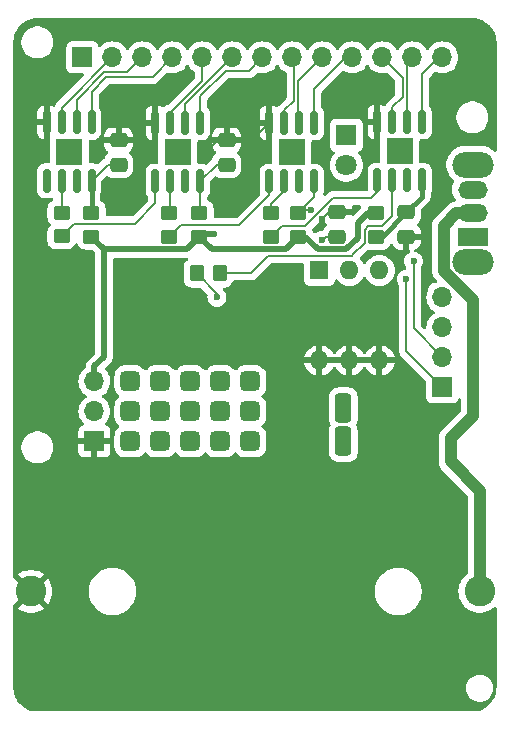
<source format=gtl>
G04 #@! TF.GenerationSoftware,KiCad,Pcbnew,8.0.1*
G04 #@! TF.CreationDate,2024-07-15T10:08:48+02:00*
G04 #@! TF.ProjectId,RGB 2x2 with WS2811,52474220-3278-4322-9077-697468205753,rev?*
G04 #@! TF.SameCoordinates,Original*
G04 #@! TF.FileFunction,Copper,L1,Top*
G04 #@! TF.FilePolarity,Positive*
%FSLAX46Y46*%
G04 Gerber Fmt 4.6, Leading zero omitted, Abs format (unit mm)*
G04 Created by KiCad (PCBNEW 8.0.1) date 2024-07-15 10:08:48*
%MOMM*%
%LPD*%
G01*
G04 APERTURE LIST*
G04 Aperture macros list*
%AMRoundRect*
0 Rectangle with rounded corners*
0 $1 Rounding radius*
0 $2 $3 $4 $5 $6 $7 $8 $9 X,Y pos of 4 corners*
0 Add a 4 corners polygon primitive as box body*
4,1,4,$2,$3,$4,$5,$6,$7,$8,$9,$2,$3,0*
0 Add four circle primitives for the rounded corners*
1,1,$1+$1,$2,$3*
1,1,$1+$1,$4,$5*
1,1,$1+$1,$6,$7*
1,1,$1+$1,$8,$9*
0 Add four rect primitives between the rounded corners*
20,1,$1+$1,$2,$3,$4,$5,0*
20,1,$1+$1,$4,$5,$6,$7,0*
20,1,$1+$1,$6,$7,$8,$9,0*
20,1,$1+$1,$8,$9,$2,$3,0*%
G04 Aperture macros list end*
G04 #@! TA.AperFunction,SMDPad,CuDef*
%ADD10RoundRect,0.250000X-0.475000X0.337500X-0.475000X-0.337500X0.475000X-0.337500X0.475000X0.337500X0*%
G04 #@! TD*
G04 #@! TA.AperFunction,ComponentPad*
%ADD11R,1.700000X1.700000*%
G04 #@! TD*
G04 #@! TA.AperFunction,ComponentPad*
%ADD12O,1.700000X1.700000*%
G04 #@! TD*
G04 #@! TA.AperFunction,ComponentPad*
%ADD13RoundRect,0.425000X0.425000X0.425000X-0.425000X0.425000X-0.425000X-0.425000X0.425000X-0.425000X0*%
G04 #@! TD*
G04 #@! TA.AperFunction,SMDPad,CuDef*
%ADD14RoundRect,0.250000X-0.450000X0.350000X-0.450000X-0.350000X0.450000X-0.350000X0.450000X0.350000X0*%
G04 #@! TD*
G04 #@! TA.AperFunction,SMDPad,CuDef*
%ADD15RoundRect,0.250000X0.450000X-0.350000X0.450000X0.350000X-0.450000X0.350000X-0.450000X-0.350000X0*%
G04 #@! TD*
G04 #@! TA.AperFunction,SMDPad,CuDef*
%ADD16RoundRect,0.150000X-0.150000X0.825000X-0.150000X-0.825000X0.150000X-0.825000X0.150000X0.825000X0*%
G04 #@! TD*
G04 #@! TA.AperFunction,HeatsinkPad*
%ADD17R,2.300000X2.300000*%
G04 #@! TD*
G04 #@! TA.AperFunction,SMDPad,CuDef*
%ADD18RoundRect,0.250000X-0.350000X-0.450000X0.350000X-0.450000X0.350000X0.450000X-0.350000X0.450000X0*%
G04 #@! TD*
G04 #@! TA.AperFunction,ComponentPad*
%ADD19O,3.500000X2.200000*%
G04 #@! TD*
G04 #@! TA.AperFunction,ComponentPad*
%ADD20O,2.500000X1.500000*%
G04 #@! TD*
G04 #@! TA.AperFunction,ComponentPad*
%ADD21R,2.500000X1.500000*%
G04 #@! TD*
G04 #@! TA.AperFunction,SMDPad,CuDef*
%ADD22RoundRect,0.250000X0.475000X-0.337500X0.475000X0.337500X-0.475000X0.337500X-0.475000X-0.337500X0*%
G04 #@! TD*
G04 #@! TA.AperFunction,ComponentPad*
%ADD23C,2.600000*%
G04 #@! TD*
G04 #@! TA.AperFunction,ComponentPad*
%ADD24R,1.600000X1.600000*%
G04 #@! TD*
G04 #@! TA.AperFunction,ComponentPad*
%ADD25O,1.600000X1.600000*%
G04 #@! TD*
G04 #@! TA.AperFunction,ComponentPad*
%ADD26RoundRect,0.304347X-0.395653X0.945653X-0.395653X-0.945653X0.395653X-0.945653X0.395653X0.945653X0*%
G04 #@! TD*
G04 #@! TA.AperFunction,ComponentPad*
%ADD27R,1.800000X1.800000*%
G04 #@! TD*
G04 #@! TA.AperFunction,ComponentPad*
%ADD28C,1.800000*%
G04 #@! TD*
G04 #@! TA.AperFunction,ViaPad*
%ADD29C,0.600000*%
G04 #@! TD*
G04 #@! TA.AperFunction,Conductor*
%ADD30C,1.000000*%
G04 #@! TD*
G04 #@! TA.AperFunction,Conductor*
%ADD31C,0.200000*%
G04 #@! TD*
G04 #@! TA.AperFunction,Conductor*
%ADD32C,0.400000*%
G04 #@! TD*
G04 #@! TA.AperFunction,Conductor*
%ADD33C,0.500000*%
G04 #@! TD*
G04 APERTURE END LIST*
D10*
G04 #@! TO.P,C4,1*
G04 #@! TO.N,GND*
X127017268Y-47027491D03*
G04 #@! TO.P,C4,2*
G04 #@! TO.N,Net-(U5-VDD)*
X127017268Y-49102491D03*
G04 #@! TD*
D11*
G04 #@! TO.P,J1,1*
G04 #@! TO.N,ROW_1*
X154433269Y-67930489D03*
D12*
G04 #@! TO.P,J1,2*
G04 #@! TO.N,ROW_2*
X154433269Y-65390489D03*
G04 #@! TO.P,J1,3*
G04 #@! TO.N,COL_1*
X154433269Y-62850490D03*
G04 #@! TO.P,J1,4*
G04 #@! TO.N,COL_2*
X154433269Y-60310489D03*
G04 #@! TD*
D10*
G04 #@! TO.P,C2,1*
G04 #@! TO.N,GND*
X145543268Y-53123491D03*
G04 #@! TO.P,C2,2*
G04 #@! TO.N,Net-(U3-VDD)*
X145543268Y-55198491D03*
G04 #@! TD*
D13*
G04 #@! TO.P,REF\u002A\u002A,*
G04 #@! TO.N,*
X128017269Y-69962492D03*
G04 #@! TD*
D10*
G04 #@! TO.P,C1,1*
G04 #@! TO.N,GND*
X136161268Y-47027491D03*
G04 #@! TO.P,C1,2*
G04 #@! TO.N,Net-(U4-VDD)*
X136161268Y-49102491D03*
G04 #@! TD*
D13*
G04 #@! TO.P,REF\u002A\u002A,*
G04 #@! TO.N,*
X128017269Y-67422491D03*
G04 #@! TD*
D14*
G04 #@! TO.P,R6,1*
G04 #@! TO.N,Net-(U3-VDD)*
X142241268Y-53160991D03*
G04 #@! TO.P,R6,2*
G04 #@! TO.N,+5V*
X142241268Y-55160991D03*
G04 #@! TD*
D13*
G04 #@! TO.P,REF\u002A\u002A,*
G04 #@! TO.N,*
X130557269Y-67422491D03*
G04 #@! TD*
D15*
G04 #@! TO.P,R2,1*
G04 #@! TO.N,Net-(U2-DO)*
X139955268Y-55160991D03*
G04 #@! TO.P,R2,2*
G04 #@! TO.N,Net-(U3-DIN)*
X139955268Y-53160991D03*
G04 #@! TD*
D14*
G04 #@! TO.P,R4,1*
G04 #@! TO.N,Net-(U5-DIN)*
X122191268Y-53144991D03*
G04 #@! TO.P,R4,2*
G04 #@! TO.N,Net-(U4-DO)*
X122191268Y-55144991D03*
G04 #@! TD*
D13*
G04 #@! TO.P,REF\u002A\u002A,*
G04 #@! TO.N,*
X138177268Y-67422491D03*
G04 #@! TD*
G04 #@! TO.P,REF\u002A\u002A,*
G04 #@! TO.N,*
X135637267Y-72502491D03*
G04 #@! TD*
D15*
G04 #@! TO.P,R1,1*
G04 #@! TO.N,Net-(U2-VDD)*
X148845268Y-55198491D03*
G04 #@! TO.P,R1,2*
G04 #@! TO.N,+5V*
X148845268Y-53198491D03*
G04 #@! TD*
D13*
G04 #@! TO.P,REF\u002A\u002A,*
G04 #@! TO.N,*
X133097268Y-67422491D03*
G04 #@! TD*
D16*
G04 #@! TO.P,U3,1,OUTR*
G04 #@! TO.N,Net-(U3-OUTR)*
X143587268Y-45544491D03*
G04 #@! TO.P,U3,2,OUTG*
G04 #@! TO.N,Net-(U3-OUTG)*
X142317268Y-45544491D03*
G04 #@! TO.P,U3,3,OUTB*
G04 #@! TO.N,Net-(U3-OUTB)*
X141047268Y-45544491D03*
G04 #@! TO.P,U3,4,GND*
G04 #@! TO.N,GND*
X139777268Y-45544491D03*
G04 #@! TO.P,U3,5,DO*
G04 #@! TO.N,Net-(U3-DO)*
X139777268Y-50494491D03*
G04 #@! TO.P,U3,6,DIN*
G04 #@! TO.N,Net-(U3-DIN)*
X141047268Y-50494491D03*
G04 #@! TO.P,U3,7,SET*
G04 #@! TO.N,unconnected-(U3-SET-Pad7)*
X142317268Y-50494491D03*
G04 #@! TO.P,U3,8,VDD*
G04 #@! TO.N,Net-(U3-VDD)*
X143587268Y-50494491D03*
D17*
G04 #@! TO.P,U3,9*
G04 #@! TO.N,N/C*
X141682268Y-48019491D03*
G04 #@! TD*
D13*
G04 #@! TO.P,REF\u002A\u002A,*
G04 #@! TO.N,*
X133097269Y-72502491D03*
G04 #@! TD*
G04 #@! TO.P,REF\u002A\u002A,*
G04 #@! TO.N,*
X130557268Y-72502491D03*
G04 #@! TD*
D16*
G04 #@! TO.P,U2,1,OUTR*
G04 #@! TO.N,Net-(U2-OUTR)*
X152731268Y-45456491D03*
G04 #@! TO.P,U2,2,OUTG*
G04 #@! TO.N,Net-(U2-OUTG)*
X151461268Y-45456491D03*
G04 #@! TO.P,U2,3,OUTB*
G04 #@! TO.N,Net-(U2-OUTB)*
X150191268Y-45456491D03*
G04 #@! TO.P,U2,4,GND*
G04 #@! TO.N,GND*
X148921268Y-45456491D03*
G04 #@! TO.P,U2,5,DO*
G04 #@! TO.N,Net-(U2-DO)*
X148921268Y-50406491D03*
G04 #@! TO.P,U2,6,DIN*
G04 #@! TO.N,Net-(U2-DIN)*
X150191268Y-50406491D03*
G04 #@! TO.P,U2,7,SET*
G04 #@! TO.N,unconnected-(U2-SET-Pad7)*
X151461268Y-50406491D03*
G04 #@! TO.P,U2,8,VDD*
G04 #@! TO.N,Net-(U2-VDD)*
X152731268Y-50406491D03*
D17*
G04 #@! TO.P,U2,9*
G04 #@! TO.N,N/C*
X150826268Y-47931491D03*
G04 #@! TD*
D14*
G04 #@! TO.P,R7,1*
G04 #@! TO.N,Net-(U4-VDD)*
X133859268Y-53160991D03*
G04 #@! TO.P,R7,2*
G04 #@! TO.N,+5V*
X133859268Y-55160991D03*
G04 #@! TD*
D11*
G04 #@! TO.P,J2,1*
G04 #@! TO.N,+5V*
X123953269Y-39990490D03*
D12*
G04 #@! TO.P,J2,2*
G04 #@! TO.N,Net-(U5-OUTB)*
X126493269Y-39990490D03*
G04 #@! TO.P,J2,3*
G04 #@! TO.N,Net-(U5-OUTG)*
X129033268Y-39990490D03*
G04 #@! TO.P,J2,4*
G04 #@! TO.N,Net-(U5-OUTR)*
X131573269Y-39990490D03*
G04 #@! TO.P,J2,5*
G04 #@! TO.N,Net-(U4-OUTB)*
X134113269Y-39990490D03*
G04 #@! TO.P,J2,6*
G04 #@! TO.N,Net-(U4-OUTG)*
X136653269Y-39990490D03*
G04 #@! TO.P,J2,7*
G04 #@! TO.N,Net-(U4-OUTR)*
X139193269Y-39990490D03*
G04 #@! TO.P,J2,8*
G04 #@! TO.N,Net-(U3-OUTB)*
X141733270Y-39990490D03*
G04 #@! TO.P,J2,9*
G04 #@! TO.N,Net-(U3-OUTG)*
X144273269Y-39990490D03*
G04 #@! TO.P,J2,10*
G04 #@! TO.N,Net-(U3-OUTR)*
X146813269Y-39990490D03*
G04 #@! TO.P,J2,11*
G04 #@! TO.N,Net-(U2-OUTB)*
X149353269Y-39990490D03*
G04 #@! TO.P,J2,12*
G04 #@! TO.N,Net-(U2-OUTG)*
X151893268Y-39990490D03*
G04 #@! TO.P,J2,13*
G04 #@! TO.N,Net-(U2-OUTR)*
X154433269Y-39990490D03*
G04 #@! TD*
D18*
G04 #@! TO.P,R5,1*
G04 #@! TO.N,DATA*
X133621268Y-58278491D03*
G04 #@! TO.P,R5,2*
G04 #@! TO.N,Net-(U2-DIN)*
X135621268Y-58278491D03*
G04 #@! TD*
D13*
G04 #@! TO.P,REF\u002A\u002A,*
G04 #@! TO.N,*
X138177267Y-72502491D03*
G04 #@! TD*
D16*
G04 #@! TO.P,U4,1,OUTR*
G04 #@! TO.N,Net-(U4-OUTR)*
X133935268Y-45522991D03*
G04 #@! TO.P,U4,2,OUTG*
G04 #@! TO.N,Net-(U4-OUTG)*
X132665268Y-45522991D03*
G04 #@! TO.P,U4,3,OUTB*
G04 #@! TO.N,Net-(U4-OUTB)*
X131395268Y-45522991D03*
G04 #@! TO.P,U4,4,GND*
G04 #@! TO.N,GND*
X130125268Y-45522991D03*
G04 #@! TO.P,U4,5,DO*
G04 #@! TO.N,Net-(U4-DO)*
X130125268Y-50472991D03*
G04 #@! TO.P,U4,6,DIN*
G04 #@! TO.N,Net-(U4-DIN)*
X131395268Y-50472991D03*
G04 #@! TO.P,U4,7,SET*
G04 #@! TO.N,unconnected-(U4-SET-Pad7)*
X132665268Y-50472991D03*
G04 #@! TO.P,U4,8,VDD*
G04 #@! TO.N,Net-(U4-VDD)*
X133935268Y-50472991D03*
D17*
G04 #@! TO.P,U4,9*
G04 #@! TO.N,N/C*
X132030268Y-47997991D03*
G04 #@! TD*
D14*
G04 #@! TO.P,R8,1*
G04 #@! TO.N,Net-(U5-VDD)*
X124715268Y-53160991D03*
G04 #@! TO.P,R8,2*
G04 #@! TO.N,+5V*
X124715268Y-55160991D03*
G04 #@! TD*
D13*
G04 #@! TO.P,REF\u002A\u002A,*
G04 #@! TO.N,*
X133097268Y-69962491D03*
G04 #@! TD*
G04 #@! TO.P,REF\u002A\u002A,*
G04 #@! TO.N,*
X130557269Y-69962491D03*
G04 #@! TD*
G04 #@! TO.P,REF\u002A\u002A,*
G04 #@! TO.N,*
X135637268Y-67422491D03*
G04 #@! TD*
G04 #@! TO.P,REF\u002A\u002A,*
G04 #@! TO.N,*
X138177268Y-69962491D03*
G04 #@! TD*
D19*
G04 #@! TO.P,SW1,*
G04 #@! TO.N,*
X157005268Y-57298491D03*
X157005268Y-49098492D03*
D20*
G04 #@! TO.P,SW1,1,A*
G04 #@! TO.N,Net-(Q1-D)*
X157005268Y-51198491D03*
G04 #@! TO.P,SW1,2,B*
G04 #@! TO.N,Net-(BT1-+)*
X157005268Y-53198490D03*
D21*
G04 #@! TO.P,SW1,3*
G04 #@! TO.N,N/C*
X157005268Y-55198491D03*
G04 #@! TD*
D13*
G04 #@! TO.P,REF\u002A\u002A,*
G04 #@! TO.N,*
X128017268Y-72502491D03*
G04 #@! TD*
G04 #@! TO.P,REF\u002A\u002A,*
G04 #@! TO.N,*
X135637268Y-69962491D03*
G04 #@! TD*
D22*
G04 #@! TO.P,C3,1*
G04 #@! TO.N,GND*
X151385268Y-55198491D03*
G04 #@! TO.P,C3,2*
G04 #@! TO.N,Net-(U2-VDD)*
X151385268Y-53123491D03*
G04 #@! TD*
D15*
G04 #@! TO.P,R3,1*
G04 #@! TO.N,Net-(U3-DO)*
X131319268Y-55176991D03*
G04 #@! TO.P,R3,2*
G04 #@! TO.N,Net-(U4-DIN)*
X131319268Y-53176991D03*
G04 #@! TD*
D16*
G04 #@! TO.P,U5,1,OUTR*
G04 #@! TO.N,Net-(U5-OUTR)*
X124731268Y-45503491D03*
G04 #@! TO.P,U5,2,OUTG*
G04 #@! TO.N,Net-(U5-OUTG)*
X123461268Y-45503491D03*
G04 #@! TO.P,U5,3,OUTB*
G04 #@! TO.N,Net-(U5-OUTB)*
X122191268Y-45503491D03*
G04 #@! TO.P,U5,4,GND*
G04 #@! TO.N,GND*
X120921268Y-45503491D03*
G04 #@! TO.P,U5,5,DO*
G04 #@! TO.N,unconnected-(U5-DO-Pad5)*
X120921268Y-50453491D03*
G04 #@! TO.P,U5,6,DIN*
G04 #@! TO.N,Net-(U5-DIN)*
X122191268Y-50453491D03*
G04 #@! TO.P,U5,7,SET*
G04 #@! TO.N,unconnected-(U5-SET-Pad7)*
X123461268Y-50453491D03*
G04 #@! TO.P,U5,8,VDD*
G04 #@! TO.N,Net-(U5-VDD)*
X124731268Y-50453491D03*
D17*
G04 #@! TO.P,U5,9*
G04 #@! TO.N,N/C*
X122826268Y-47978491D03*
G04 #@! TD*
D23*
G04 #@! TO.P,3.7V,1,+*
G04 #@! TO.N,Net-(BT1-+)*
X157593268Y-85202491D03*
G04 #@! TO.P,3.7V,2,-*
G04 #@! TO.N,GND*
X119593268Y-85202491D03*
G04 #@! TD*
D24*
G04 #@! TO.P,SW2,1*
G04 #@! TO.N,DIP1*
X144019269Y-58024491D03*
D25*
G04 #@! TO.P,SW2,2*
G04 #@! TO.N,DIP2*
X146559269Y-58024491D03*
G04 #@! TO.P,SW2,3*
G04 #@! TO.N,DIP3*
X149099268Y-58024491D03*
G04 #@! TO.P,SW2,4*
G04 #@! TO.N,GND*
X149099269Y-65644491D03*
G04 #@! TO.P,SW2,5*
X146559269Y-65644491D03*
G04 #@! TO.P,SW2,6*
X144019269Y-65644491D03*
G04 #@! TD*
D26*
G04 #@! TO.P,D2,1,K*
G04 #@! TO.N,Net-(D2-K)*
X146051268Y-69691492D03*
G04 #@! TO.P,D2,2,A*
G04 #@! TO.N,Net-(D2-A)*
X146051268Y-72501492D03*
G04 #@! TD*
D27*
G04 #@! TO.P,D1,1*
G04 #@! TO.N,Net-(D1-Pad1)*
X146305268Y-46589491D03*
D28*
G04 #@! TO.P,D1,2*
G04 #@! TO.N,Net-(Q1-D)*
X146305268Y-49129491D03*
G04 #@! TD*
D11*
G04 #@! TO.P,J5,1*
G04 #@! TO.N,GND*
X124969268Y-72502491D03*
D12*
G04 #@! TO.P,J5,2*
G04 #@! TO.N,Net-(D2-K)*
X124969268Y-69962491D03*
G04 #@! TO.P,J5,3*
G04 #@! TO.N,+5V*
X124969268Y-67422492D03*
G04 #@! TD*
D29*
G04 #@! TO.N,GND*
X144273268Y-53706491D03*
X122937268Y-71232490D03*
X142241268Y-65644490D03*
X141479268Y-73772490D03*
X122937268Y-57262490D03*
X129795268Y-48372491D03*
X150877268Y-65644490D03*
X140463268Y-43038491D03*
X134113268Y-48372491D03*
X148921268Y-43546491D03*
G04 #@! TO.N,Net-(U3-VDD)*
X143266881Y-52954104D03*
X144273268Y-55484491D03*
G04 #@! TO.N,ROW_2*
X151985268Y-57256834D03*
G04 #@! TO.N,ROW_1*
X151385268Y-58786491D03*
G04 #@! TO.N,+5V*
X135129268Y-54976491D03*
G04 #@! TO.N,DATA*
X135344896Y-60310491D03*
G04 #@! TD*
D30*
G04 #@! TO.N,Net-(BT1-+)*
X155605269Y-53198490D02*
X157005268Y-53198490D01*
X155123268Y-74208491D02*
X155123268Y-72244195D01*
X155123268Y-72244195D02*
X157005268Y-70362195D01*
X157586268Y-85355592D02*
X157586268Y-76671491D01*
X156458268Y-53351592D02*
X156998268Y-53351592D01*
X157586268Y-76671491D02*
X155123268Y-74208491D01*
X157005268Y-70362195D02*
X157005268Y-60494075D01*
X154555268Y-54248491D02*
X155605269Y-53198490D01*
X157005268Y-60494075D02*
X154555268Y-58044075D01*
X154555268Y-58044075D02*
X154555268Y-54248491D01*
D31*
G04 #@! TO.N,GND*
X129795268Y-48372491D02*
X130125268Y-48042491D01*
X148921268Y-43546491D02*
X148921268Y-45456491D01*
X136161268Y-47027491D02*
X138294268Y-47027491D01*
X135458268Y-47027491D02*
X134113268Y-48372491D01*
X124969268Y-79826491D02*
X119593268Y-85202491D01*
X130125268Y-48042491D02*
X130125268Y-45522991D01*
X138294268Y-47027491D02*
X139777268Y-45544491D01*
X139777268Y-45544491D02*
X139777268Y-43724491D01*
X129795268Y-48372491D02*
X128450268Y-47027491D01*
X124969268Y-72502491D02*
X124969268Y-79826491D01*
X144273268Y-53706491D02*
X144856268Y-53123491D01*
X136161268Y-47027491D02*
X135458268Y-47027491D01*
X139777268Y-43724491D02*
X140463268Y-43038491D01*
X144856268Y-53123491D02*
X145543268Y-53123491D01*
X128450268Y-47027491D02*
X127017268Y-47027491D01*
G04 #@! TO.N,Net-(U4-VDD)*
X133935268Y-53084991D02*
X133859268Y-53160991D01*
X135305768Y-49102491D02*
X136161268Y-49102491D01*
X133935268Y-50472991D02*
X133935268Y-53084991D01*
X133935268Y-50472991D02*
X135305768Y-49102491D01*
G04 #@! TO.N,Net-(U3-VDD)*
X142448155Y-52954104D02*
X142241268Y-53160991D01*
X143587268Y-50494491D02*
X143587268Y-51814991D01*
X144559268Y-55198491D02*
X144273268Y-55484491D01*
X143266881Y-52954104D02*
X142448155Y-52954104D01*
X145543268Y-55198491D02*
X144559268Y-55198491D01*
X143587268Y-51814991D02*
X142241268Y-53160991D01*
D32*
G04 #@! TO.N,Net-(U2-VDD)*
X152731268Y-51777491D02*
X152731268Y-50406491D01*
X149310268Y-55198491D02*
X151385268Y-53123491D01*
D31*
X148845268Y-55198491D02*
X149310268Y-55198491D01*
D32*
X151385268Y-53123491D02*
X152731268Y-51777491D01*
G04 #@! TO.N,Net-(U5-VDD)*
X124731268Y-50453491D02*
X124731268Y-53144991D01*
D31*
X126082268Y-49102491D02*
X124731268Y-50453491D01*
X127017268Y-49102491D02*
X126082268Y-49102491D01*
X124731268Y-53144991D02*
X124715268Y-53160991D01*
G04 #@! TO.N,COL_2*
X153817271Y-59694491D02*
X154433269Y-60310489D01*
G04 #@! TO.N,ROW_2*
X154433269Y-65390489D02*
X151985268Y-62942488D01*
X151985268Y-62942488D02*
X151985268Y-57256834D01*
X154433269Y-65390489D02*
X154941270Y-65390489D01*
G04 #@! TO.N,ROW_1*
X154433269Y-67930489D02*
X151385268Y-64882488D01*
X151385268Y-64882488D02*
X151385268Y-58786491D01*
G04 #@! TO.N,Net-(U3-OUTR)*
X143587268Y-45544491D02*
X143587268Y-42708491D01*
X143587268Y-42708491D02*
X146305269Y-39990490D01*
X146305269Y-39990490D02*
X146813269Y-39990490D01*
G04 #@! TO.N,Net-(U2-OUTB)*
X150191268Y-44232491D02*
X151061268Y-43362491D01*
X151061268Y-41698489D02*
X149353269Y-39990490D01*
X151061268Y-43362491D02*
X151061268Y-41698489D01*
X150191268Y-45456491D02*
X150191268Y-44232491D01*
G04 #@! TO.N,Net-(U4-OUTB)*
X131395268Y-45522991D02*
X131395268Y-44682805D01*
X131395268Y-44682805D02*
X134113269Y-41964804D01*
X134113269Y-41964804D02*
X134113269Y-39990490D01*
G04 #@! TO.N,Net-(U4-OUTR)*
X136068955Y-41140490D02*
X138043269Y-41140490D01*
X133935268Y-43274177D02*
X136068955Y-41140490D01*
X133935268Y-45522991D02*
X133935268Y-43274177D01*
X138043269Y-41140490D02*
X139193269Y-39990490D01*
G04 #@! TO.N,Net-(U2-OUTG)*
X151461268Y-45456491D02*
X151461268Y-40422490D01*
X151461268Y-40422490D02*
X151893268Y-39990490D01*
G04 #@! TO.N,Net-(U5-OUTR)*
X124731268Y-42883863D02*
X125954640Y-41660491D01*
X125954640Y-41660491D02*
X129903268Y-41660491D01*
X129903268Y-41660491D02*
X131573269Y-39990490D01*
X124731268Y-45503491D02*
X124731268Y-42883863D01*
G04 #@! TO.N,Net-(U4-OUTG)*
X132665268Y-43978491D02*
X136653269Y-39990490D01*
X132665268Y-45522991D02*
X132665268Y-43978491D01*
G04 #@! TO.N,Net-(U5-OUTG)*
X125788954Y-41260491D02*
X127763267Y-41260491D01*
X123461268Y-45503491D02*
X123461268Y-43588177D01*
X127763267Y-41260491D02*
X129033268Y-39990490D01*
X123461268Y-43588177D02*
X125788954Y-41260491D01*
D33*
G04 #@! TO.N,+5V*
X132793268Y-56226991D02*
X133859268Y-55160991D01*
X125781268Y-65340491D02*
X125781268Y-56226991D01*
X142241268Y-55160991D02*
X142818768Y-55160991D01*
X134043768Y-54976491D02*
X133859268Y-55160991D01*
X134944768Y-56246491D02*
X141155768Y-56246491D01*
X142818768Y-55160991D02*
X143904268Y-56246491D01*
X148145268Y-53198491D02*
X148845268Y-53198491D01*
X133859268Y-55160991D02*
X134944768Y-56246491D01*
X124715268Y-55160991D02*
X125781268Y-56226991D01*
X125781268Y-56226991D02*
X132793268Y-56226991D01*
X147295268Y-55255869D02*
X147295268Y-54048491D01*
X124969268Y-66152491D02*
X125781268Y-65340491D01*
X141155768Y-56246491D02*
X142241268Y-55160991D01*
X135129268Y-54976491D02*
X134043768Y-54976491D01*
X143904268Y-56246491D02*
X146304646Y-56246491D01*
X146304646Y-56246491D02*
X147295268Y-55255869D01*
X147295268Y-54048491D02*
X148145268Y-53198491D01*
X124969268Y-67422492D02*
X124969268Y-66152491D01*
D31*
G04 #@! TO.N,Net-(U2-OUTR)*
X152731268Y-41438491D02*
X154179269Y-39990490D01*
X154179269Y-39990490D02*
X154433269Y-39990490D01*
X152731268Y-45456491D02*
X152731268Y-41438491D01*
G04 #@! TO.N,Net-(U5-OUTB)*
X126493269Y-39990490D02*
X122191268Y-44292491D01*
X122191268Y-44292491D02*
X122191268Y-45503491D01*
G04 #@! TO.N,Net-(U3-OUTB)*
X141841268Y-40098488D02*
X141733270Y-39990490D01*
X141047268Y-44486491D02*
X141841268Y-43692491D01*
X141841268Y-43692491D02*
X141841268Y-40098488D01*
X141047268Y-45544491D02*
X141047268Y-44486491D01*
G04 #@! TO.N,Net-(U3-OUTG)*
X142317268Y-45544491D02*
X142241268Y-45468491D01*
X142241268Y-45468491D02*
X142241268Y-42022491D01*
X142241268Y-42022491D02*
X144273269Y-39990490D01*
G04 #@! TO.N,Net-(U2-DO)*
X148921268Y-50406491D02*
X148921268Y-51381490D01*
X142808524Y-54260991D02*
X140855268Y-54260991D01*
X140855268Y-54260991D02*
X139955268Y-55160991D01*
X148921268Y-51381490D02*
X148374267Y-51928491D01*
X145141024Y-51928491D02*
X142808524Y-54260991D01*
X148374267Y-51928491D02*
X145141024Y-51928491D01*
G04 #@! TO.N,Net-(U3-DIN)*
X141047268Y-51344491D02*
X139955268Y-52436491D01*
X139955268Y-52436491D02*
X139955268Y-53160991D01*
X141047268Y-50494491D02*
X141047268Y-51344491D01*
G04 #@! TO.N,Net-(U4-DIN)*
X131395268Y-53100991D02*
X131319268Y-53176991D01*
X131395268Y-50472991D02*
X131395268Y-53100991D01*
G04 #@! TO.N,Net-(U3-DO)*
X139777268Y-51660990D02*
X137223767Y-54214491D01*
X137223767Y-54214491D02*
X132281768Y-54214491D01*
X139777268Y-50494491D02*
X139777268Y-51660990D01*
X132281768Y-54214491D02*
X131319268Y-55176991D01*
G04 #@! TO.N,Net-(U5-DIN)*
X122191268Y-53144991D02*
X122191268Y-50453491D01*
G04 #@! TO.N,Net-(U4-DO)*
X123275268Y-54060991D02*
X122191268Y-55144991D01*
X130125268Y-52360491D02*
X128424768Y-54060991D01*
X130125268Y-50472991D02*
X130125268Y-52360491D01*
X128424768Y-54060991D02*
X123275268Y-54060991D01*
G04 #@! TO.N,Net-(U2-DIN)*
X150191268Y-53437235D02*
X149330012Y-54298491D01*
X135621268Y-58278491D02*
X138193268Y-58278491D01*
X149330012Y-54298491D02*
X148160524Y-54298491D01*
X138685268Y-57786491D02*
X139675268Y-56796491D01*
X148160524Y-54298491D02*
X147845268Y-54613747D01*
X146771268Y-56796491D02*
X146813268Y-56754491D01*
X139675268Y-56796491D02*
X146771268Y-56796491D01*
X147845268Y-55722491D02*
X146813268Y-56754491D01*
X138193268Y-58278491D02*
X138685268Y-57786491D01*
X150191268Y-50406491D02*
X150191268Y-53437235D01*
X147845268Y-54613747D02*
X147845268Y-55722491D01*
G04 #@! TO.N,DATA*
X135344896Y-60310491D02*
X135344896Y-60002119D01*
X135344896Y-60002119D02*
X133621268Y-58278491D01*
G04 #@! TD*
G04 #@! TA.AperFunction,Conductor*
G04 #@! TO.N,GND*
G36*
X144311726Y-53709536D02*
G01*
X144367659Y-53751408D01*
X144379544Y-53774183D01*
X144380860Y-53773570D01*
X144383911Y-53780115D01*
X144475952Y-53929336D01*
X144599923Y-54053307D01*
X144599927Y-54053310D01*
X144602924Y-54055159D01*
X144604547Y-54056963D01*
X144605591Y-54057789D01*
X144605449Y-54057967D01*
X144649649Y-54107107D01*
X144660870Y-54176070D01*
X144633027Y-54240152D01*
X144602929Y-54266232D01*
X144599617Y-54268274D01*
X144599611Y-54268279D01*
X144475557Y-54392333D01*
X144383453Y-54541658D01*
X144371683Y-54577176D01*
X144331909Y-54634620D01*
X144315979Y-54645555D01*
X144294090Y-54658194D01*
X144288381Y-54661490D01*
X144288370Y-54661496D01*
X144276917Y-54668107D01*
X144228811Y-54683934D01*
X144094020Y-54699121D01*
X144094015Y-54699122D01*
X143923746Y-54758701D01*
X143771005Y-54854675D01*
X143760094Y-54865587D01*
X143698771Y-54899072D01*
X143629079Y-54894088D01*
X143584732Y-54865587D01*
X143468596Y-54749451D01*
X143435111Y-54688128D01*
X143432919Y-54674369D01*
X143432279Y-54668107D01*
X143431267Y-54658194D01*
X143427079Y-54645556D01*
X143412836Y-54602572D01*
X143410434Y-54532744D01*
X143442859Y-54475889D01*
X144180714Y-53738035D01*
X144242034Y-53704552D01*
X144311726Y-53709536D01*
G37*
G04 #@! TD.AperFunction*
G04 #@! TA.AperFunction,Conductor*
G36*
X140548124Y-40657035D02*
G01*
X140564842Y-40676328D01*
X140694775Y-40861891D01*
X140861869Y-41028985D01*
X140958654Y-41096755D01*
X141055435Y-41164522D01*
X141055437Y-41164523D01*
X141055440Y-41164525D01*
X141169172Y-41217559D01*
X141221612Y-41263731D01*
X141240768Y-41329941D01*
X141240768Y-43392393D01*
X141221083Y-43459432D01*
X141204449Y-43480074D01*
X140566749Y-44117773D01*
X140566745Y-44117778D01*
X140546680Y-44152532D01*
X140502423Y-44197258D01*
X140495399Y-44201412D01*
X140489236Y-44206193D01*
X140487431Y-44203866D01*
X140438226Y-44230711D01*
X140368537Y-44225700D01*
X140336262Y-44204950D01*
X140334990Y-44206591D01*
X140328820Y-44201805D01*
X140187464Y-44118208D01*
X140187461Y-44118207D01*
X140029762Y-44072391D01*
X140029765Y-44072391D01*
X140027268Y-44072194D01*
X140027268Y-47043183D01*
X140027803Y-47044078D01*
X140031768Y-47075184D01*
X140031768Y-48894991D01*
X140012083Y-48962030D01*
X139959279Y-49007785D01*
X139907768Y-49018991D01*
X139561566Y-49018991D01*
X139524700Y-49021892D01*
X139524694Y-49021893D01*
X139366874Y-49067745D01*
X139366871Y-49067746D01*
X139225405Y-49151408D01*
X139225397Y-49151414D01*
X139109191Y-49267620D01*
X139109185Y-49267628D01*
X139025523Y-49409094D01*
X139025522Y-49409097D01*
X138979670Y-49566917D01*
X138979669Y-49566923D01*
X138976768Y-49603789D01*
X138976768Y-51385192D01*
X138979669Y-51422058D01*
X138979670Y-51422064D01*
X139001374Y-51496766D01*
X139001175Y-51566635D01*
X138969979Y-51619042D01*
X137011351Y-53577672D01*
X136950028Y-53611157D01*
X136923670Y-53613991D01*
X135183768Y-53613991D01*
X135116729Y-53594306D01*
X135070974Y-53541502D01*
X135059768Y-53489991D01*
X135059767Y-52760989D01*
X135059766Y-52760971D01*
X135049267Y-52658194D01*
X135049266Y-52658191D01*
X135038056Y-52624362D01*
X134994082Y-52491657D01*
X134901980Y-52342335D01*
X134777924Y-52218279D01*
X134650327Y-52139577D01*
X134628599Y-52126175D01*
X134620758Y-52123577D01*
X134563315Y-52083801D01*
X134536495Y-52019284D01*
X134535768Y-52005873D01*
X134535768Y-51818799D01*
X134555453Y-51751760D01*
X134572088Y-51731117D01*
X134603344Y-51699861D01*
X134603349Y-51699856D01*
X134687012Y-51558389D01*
X134720773Y-51442182D01*
X134732865Y-51400564D01*
X134732866Y-51400558D01*
X134734076Y-51385185D01*
X134735768Y-51363685D01*
X134735768Y-50573087D01*
X134755453Y-50506048D01*
X134772083Y-50485410D01*
X135152724Y-50104768D01*
X135214045Y-50071285D01*
X135283736Y-50076269D01*
X135305499Y-50086912D01*
X135366927Y-50124801D01*
X135366928Y-50124801D01*
X135366934Y-50124805D01*
X135533471Y-50179990D01*
X135636259Y-50190491D01*
X136686276Y-50190490D01*
X136686284Y-50190489D01*
X136686287Y-50190489D01*
X136742570Y-50184739D01*
X136789065Y-50179990D01*
X136955602Y-50124805D01*
X137104924Y-50032703D01*
X137228980Y-49908647D01*
X137321082Y-49759325D01*
X137376267Y-49592788D01*
X137386768Y-49490000D01*
X137386767Y-48714983D01*
X137376267Y-48612194D01*
X137321082Y-48445657D01*
X137228980Y-48296335D01*
X137104924Y-48172279D01*
X137101610Y-48170234D01*
X137099814Y-48168239D01*
X137099257Y-48167798D01*
X137099332Y-48167702D01*
X137054886Y-48118288D01*
X137043665Y-48049325D01*
X137071508Y-47985243D01*
X137101616Y-47959156D01*
X137104610Y-47957309D01*
X137228583Y-47833336D01*
X137320624Y-47684115D01*
X137320626Y-47684110D01*
X137375773Y-47517688D01*
X137375774Y-47517681D01*
X137386267Y-47414977D01*
X137386268Y-47414964D01*
X137386268Y-47277491D01*
X134936269Y-47277491D01*
X134936269Y-47414977D01*
X134946762Y-47517688D01*
X135001909Y-47684110D01*
X135001911Y-47684115D01*
X135093952Y-47833336D01*
X135217923Y-47957307D01*
X135217927Y-47957310D01*
X135220924Y-47959159D01*
X135222547Y-47960963D01*
X135223591Y-47961789D01*
X135223449Y-47961967D01*
X135267649Y-48011107D01*
X135278870Y-48080070D01*
X135251027Y-48144152D01*
X135220929Y-48170232D01*
X135217617Y-48172274D01*
X135217611Y-48172279D01*
X135093557Y-48296333D01*
X135001455Y-48445654D01*
X135001454Y-48445657D01*
X134955235Y-48585136D01*
X134925210Y-48633812D01*
X134518686Y-49040335D01*
X134457363Y-49073820D01*
X134387671Y-49068836D01*
X134367886Y-49059388D01*
X134345661Y-49046244D01*
X134187841Y-49000393D01*
X134187835Y-49000392D01*
X134150969Y-48997491D01*
X134150962Y-48997491D01*
X133804767Y-48997491D01*
X133737728Y-48977806D01*
X133691973Y-48925002D01*
X133680767Y-48873491D01*
X133680767Y-47122491D01*
X133700452Y-47055452D01*
X133753256Y-47009697D01*
X133804767Y-46998491D01*
X134150954Y-46998491D01*
X134150962Y-46998491D01*
X134187837Y-46995589D01*
X134187839Y-46995588D01*
X134187841Y-46995588D01*
X134244967Y-46978991D01*
X134345666Y-46949735D01*
X134487133Y-46866072D01*
X134603349Y-46749856D01*
X134687012Y-46608389D01*
X134695079Y-46580622D01*
X134732248Y-46522420D01*
X134888725Y-46522420D01*
X134918278Y-46547880D01*
X134938154Y-46614863D01*
X134937513Y-46627818D01*
X134936269Y-46639997D01*
X134936268Y-46640017D01*
X134936268Y-46777491D01*
X135911268Y-46777491D01*
X135911268Y-45939991D01*
X136411268Y-45939991D01*
X136411268Y-46777491D01*
X137386267Y-46777491D01*
X137386267Y-46640019D01*
X137386266Y-46640004D01*
X137375773Y-46537293D01*
X137320626Y-46370871D01*
X137320624Y-46370866D01*
X137228583Y-46221645D01*
X137104613Y-46097675D01*
X136955392Y-46005634D01*
X136955387Y-46005632D01*
X136788965Y-45950485D01*
X136788958Y-45950484D01*
X136686254Y-45939991D01*
X136411268Y-45939991D01*
X135911268Y-45939991D01*
X135636297Y-45939991D01*
X135636280Y-45939992D01*
X135533570Y-45950485D01*
X135367148Y-46005632D01*
X135367143Y-46005634D01*
X135217922Y-46097675D01*
X135093952Y-46221645D01*
X135001911Y-46370866D01*
X135001909Y-46370871D01*
X134977474Y-46444613D01*
X134937701Y-46502058D01*
X134888725Y-46522420D01*
X134732248Y-46522420D01*
X134732684Y-46521738D01*
X134784367Y-46497955D01*
X134753210Y-46469023D01*
X134735768Y-46405609D01*
X134735768Y-45794491D01*
X138977268Y-45794491D01*
X138977268Y-46435140D01*
X138980167Y-46471980D01*
X138980168Y-46471986D01*
X139025984Y-46629684D01*
X139025985Y-46629687D01*
X139109582Y-46771043D01*
X139109589Y-46771052D01*
X139225706Y-46887169D01*
X139225715Y-46887176D01*
X139367069Y-46970772D01*
X139524782Y-47016591D01*
X139524779Y-47016591D01*
X139527266Y-47016786D01*
X139527268Y-47016786D01*
X139527268Y-45794491D01*
X138977268Y-45794491D01*
X134735768Y-45794491D01*
X134735768Y-45294491D01*
X138977268Y-45294491D01*
X139527268Y-45294491D01*
X139527268Y-44072194D01*
X139524771Y-44072391D01*
X139367074Y-44118207D01*
X139367071Y-44118208D01*
X139225715Y-44201805D01*
X139225706Y-44201812D01*
X139109589Y-44317929D01*
X139109582Y-44317938D01*
X139025985Y-44459294D01*
X139025984Y-44459297D01*
X138980168Y-44616995D01*
X138980167Y-44617001D01*
X138977268Y-44653841D01*
X138977268Y-45294491D01*
X134735768Y-45294491D01*
X134735768Y-44632304D01*
X134735767Y-44632289D01*
X134734557Y-44616917D01*
X134732866Y-44595422D01*
X134727199Y-44575917D01*
X134693317Y-44459294D01*
X134687012Y-44437593D01*
X134603349Y-44296126D01*
X134603347Y-44296124D01*
X134603344Y-44296120D01*
X134572087Y-44264863D01*
X134538602Y-44203540D01*
X134535768Y-44177182D01*
X134535768Y-43574274D01*
X134555453Y-43507235D01*
X134572087Y-43486593D01*
X136281371Y-41777309D01*
X136342694Y-41743824D01*
X136369052Y-41740990D01*
X137956600Y-41740990D01*
X137956616Y-41740991D01*
X137964212Y-41740991D01*
X138122323Y-41740991D01*
X138122326Y-41740991D01*
X138275054Y-41700067D01*
X138297295Y-41687226D01*
X138326652Y-41670277D01*
X138326653Y-41670276D01*
X138411985Y-41621010D01*
X138523789Y-41509206D01*
X138523789Y-41509204D01*
X138533993Y-41499001D01*
X138533997Y-41498996D01*
X138709739Y-41323253D01*
X138771060Y-41289770D01*
X138829507Y-41291160D01*
X138957861Y-41325553D01*
X139134303Y-41340990D01*
X139193268Y-41346149D01*
X139193269Y-41346149D01*
X139193270Y-41346149D01*
X139252235Y-41340990D01*
X139428677Y-41325553D01*
X139656932Y-41264393D01*
X139871099Y-41164525D01*
X140064670Y-41028985D01*
X140231764Y-40861891D01*
X140361695Y-40676329D01*
X140416271Y-40632706D01*
X140485769Y-40625512D01*
X140548124Y-40657035D01*
G37*
G04 #@! TD.AperFunction*
G04 #@! TA.AperFunction,Conductor*
G36*
X132928124Y-40657036D02*
G01*
X132944844Y-40676332D01*
X133074769Y-40861885D01*
X133074774Y-40861891D01*
X133241868Y-41028985D01*
X133338653Y-41096755D01*
X133435434Y-41164522D01*
X133435436Y-41164523D01*
X133435439Y-41164525D01*
X133441167Y-41167196D01*
X133493608Y-41213362D01*
X133512769Y-41279580D01*
X133512769Y-41664707D01*
X133493084Y-41731746D01*
X133476450Y-41752388D01*
X131213784Y-44015053D01*
X131152461Y-44048538D01*
X131148390Y-44049353D01*
X131142696Y-44050393D01*
X130984874Y-44096245D01*
X130984871Y-44096246D01*
X130843408Y-44179906D01*
X130837242Y-44184690D01*
X130835442Y-44182370D01*
X130786181Y-44209221D01*
X130716493Y-44204184D01*
X130684260Y-44183452D01*
X130682990Y-44185091D01*
X130676820Y-44180305D01*
X130535464Y-44096708D01*
X130535461Y-44096707D01*
X130377762Y-44050891D01*
X130377765Y-44050891D01*
X130375268Y-44050694D01*
X130375268Y-47021683D01*
X130375803Y-47022578D01*
X130379768Y-47053684D01*
X130379768Y-48873491D01*
X130360083Y-48940530D01*
X130307279Y-48986285D01*
X130255768Y-48997491D01*
X129909566Y-48997491D01*
X129872700Y-49000392D01*
X129872694Y-49000393D01*
X129714874Y-49046245D01*
X129714871Y-49046246D01*
X129573405Y-49129908D01*
X129573397Y-49129914D01*
X129457191Y-49246120D01*
X129457185Y-49246128D01*
X129373523Y-49387594D01*
X129373522Y-49387597D01*
X129327670Y-49545417D01*
X129327669Y-49545423D01*
X129324768Y-49582289D01*
X129324768Y-51363692D01*
X129327669Y-51400558D01*
X129327670Y-51400564D01*
X129373522Y-51558384D01*
X129373523Y-51558387D01*
X129373524Y-51558389D01*
X129405501Y-51612460D01*
X129457185Y-51699853D01*
X129457191Y-51699861D01*
X129488448Y-51731117D01*
X129521934Y-51792439D01*
X129524768Y-51818799D01*
X129524768Y-52060394D01*
X129505083Y-52127433D01*
X129488449Y-52148075D01*
X128212352Y-53424172D01*
X128151029Y-53457657D01*
X128124671Y-53460491D01*
X126039768Y-53460491D01*
X125972729Y-53440806D01*
X125926974Y-53388002D01*
X125915768Y-53336491D01*
X125915767Y-52760989D01*
X125915766Y-52760971D01*
X125905267Y-52658194D01*
X125905266Y-52658191D01*
X125894056Y-52624362D01*
X125850082Y-52491657D01*
X125757980Y-52342335D01*
X125633924Y-52218279D01*
X125520105Y-52148075D01*
X125490671Y-52129920D01*
X125443947Y-52077972D01*
X125431768Y-52024381D01*
X125431768Y-51659460D01*
X125449036Y-51596339D01*
X125483012Y-51538889D01*
X125523201Y-51400558D01*
X125528865Y-51381064D01*
X125528866Y-51381058D01*
X125531768Y-51344185D01*
X125531768Y-50553587D01*
X125551453Y-50486548D01*
X125568083Y-50465910D01*
X125959553Y-50074439D01*
X126020874Y-50040956D01*
X126090565Y-50045940D01*
X126112323Y-50056580D01*
X126222934Y-50124805D01*
X126389471Y-50179990D01*
X126492259Y-50190491D01*
X127542276Y-50190490D01*
X127542284Y-50190489D01*
X127542287Y-50190489D01*
X127598570Y-50184739D01*
X127645065Y-50179990D01*
X127811602Y-50124805D01*
X127960924Y-50032703D01*
X128084980Y-49908647D01*
X128177082Y-49759325D01*
X128232267Y-49592788D01*
X128242768Y-49490000D01*
X128242767Y-48714983D01*
X128232267Y-48612194D01*
X128177082Y-48445657D01*
X128084980Y-48296335D01*
X127960924Y-48172279D01*
X127957610Y-48170234D01*
X127955814Y-48168239D01*
X127955257Y-48167798D01*
X127955332Y-48167702D01*
X127910886Y-48118288D01*
X127899665Y-48049325D01*
X127927508Y-47985243D01*
X127957616Y-47959156D01*
X127960610Y-47957309D01*
X128084583Y-47833336D01*
X128176624Y-47684115D01*
X128176626Y-47684110D01*
X128231773Y-47517688D01*
X128231774Y-47517681D01*
X128242267Y-47414977D01*
X128242268Y-47414964D01*
X128242268Y-47277491D01*
X125792269Y-47277491D01*
X125792269Y-47414977D01*
X125802762Y-47517688D01*
X125857909Y-47684110D01*
X125857911Y-47684115D01*
X125949952Y-47833336D01*
X126073923Y-47957307D01*
X126073927Y-47957310D01*
X126076924Y-47959159D01*
X126078547Y-47960963D01*
X126079591Y-47961789D01*
X126079449Y-47961967D01*
X126123649Y-48011107D01*
X126134870Y-48080070D01*
X126107027Y-48144152D01*
X126076929Y-48170232D01*
X126073617Y-48172274D01*
X126073611Y-48172279D01*
X125949557Y-48296333D01*
X125857452Y-48445659D01*
X125834091Y-48516157D01*
X125794318Y-48573601D01*
X125778387Y-48584537D01*
X125713558Y-48621967D01*
X125713549Y-48621973D01*
X125314686Y-49020835D01*
X125253363Y-49054320D01*
X125183671Y-49049336D01*
X125163886Y-49039888D01*
X125141661Y-49026744D01*
X124983841Y-48980893D01*
X124983835Y-48980892D01*
X124946969Y-48977991D01*
X124946962Y-48977991D01*
X124600767Y-48977991D01*
X124533728Y-48958306D01*
X124487973Y-48905502D01*
X124476767Y-48853991D01*
X124476767Y-47102991D01*
X124496452Y-47035952D01*
X124549256Y-46990197D01*
X124600767Y-46978991D01*
X124946954Y-46978991D01*
X124946962Y-46978991D01*
X124983837Y-46976089D01*
X124983839Y-46976088D01*
X124983841Y-46976088D01*
X125025459Y-46963996D01*
X125141666Y-46930235D01*
X125283133Y-46846572D01*
X125352214Y-46777491D01*
X125792268Y-46777491D01*
X126767268Y-46777491D01*
X126767268Y-45939991D01*
X127267268Y-45939991D01*
X127267268Y-46777491D01*
X128242267Y-46777491D01*
X128242267Y-46640019D01*
X128242266Y-46640004D01*
X128231773Y-46537293D01*
X128176626Y-46370871D01*
X128176624Y-46370866D01*
X128084583Y-46221645D01*
X127960613Y-46097675D01*
X127811392Y-46005634D01*
X127811387Y-46005632D01*
X127644965Y-45950485D01*
X127644958Y-45950484D01*
X127542254Y-45939991D01*
X127267268Y-45939991D01*
X126767268Y-45939991D01*
X126492297Y-45939991D01*
X126492280Y-45939992D01*
X126389570Y-45950485D01*
X126223148Y-46005632D01*
X126223143Y-46005634D01*
X126073922Y-46097675D01*
X125949952Y-46221645D01*
X125857911Y-46370866D01*
X125857909Y-46370871D01*
X125802762Y-46537293D01*
X125802761Y-46537300D01*
X125792268Y-46640004D01*
X125792268Y-46777491D01*
X125352214Y-46777491D01*
X125399349Y-46730356D01*
X125483012Y-46588889D01*
X125523224Y-46450480D01*
X125528865Y-46431064D01*
X125528866Y-46431058D01*
X125529658Y-46420990D01*
X125531768Y-46394185D01*
X125531768Y-45772991D01*
X129325268Y-45772991D01*
X129325268Y-46413640D01*
X129328167Y-46450480D01*
X129328168Y-46450486D01*
X129373984Y-46608184D01*
X129373985Y-46608187D01*
X129457582Y-46749543D01*
X129457589Y-46749552D01*
X129573706Y-46865669D01*
X129573715Y-46865676D01*
X129715069Y-46949272D01*
X129872782Y-46995091D01*
X129872779Y-46995091D01*
X129875266Y-46995286D01*
X129875268Y-46995286D01*
X129875268Y-45772991D01*
X129325268Y-45772991D01*
X125531768Y-45772991D01*
X125531768Y-45272991D01*
X129325268Y-45272991D01*
X129875268Y-45272991D01*
X129875268Y-44050694D01*
X129872771Y-44050891D01*
X129715074Y-44096707D01*
X129715071Y-44096708D01*
X129573715Y-44180305D01*
X129573706Y-44180312D01*
X129457589Y-44296429D01*
X129457582Y-44296438D01*
X129373985Y-44437794D01*
X129373984Y-44437797D01*
X129328168Y-44595495D01*
X129328167Y-44595501D01*
X129325268Y-44632341D01*
X129325268Y-45272991D01*
X125531768Y-45272991D01*
X125531768Y-44612797D01*
X125528866Y-44575922D01*
X125525937Y-44565841D01*
X125483013Y-44418097D01*
X125483012Y-44418094D01*
X125483012Y-44418093D01*
X125399349Y-44276626D01*
X125399347Y-44276624D01*
X125399344Y-44276620D01*
X125368087Y-44245363D01*
X125334602Y-44184040D01*
X125331768Y-44157682D01*
X125331768Y-43183960D01*
X125351453Y-43116921D01*
X125368087Y-43096279D01*
X126167056Y-42297310D01*
X126228379Y-42263825D01*
X126254737Y-42260991D01*
X129816599Y-42260991D01*
X129816615Y-42260992D01*
X129824211Y-42260992D01*
X129982322Y-42260992D01*
X129982325Y-42260992D01*
X130135053Y-42220068D01*
X130185172Y-42191130D01*
X130271984Y-42141011D01*
X130383788Y-42029207D01*
X130383788Y-42029205D01*
X130393996Y-42018998D01*
X130393998Y-42018995D01*
X131089739Y-41323253D01*
X131151060Y-41289770D01*
X131209507Y-41291160D01*
X131337861Y-41325553D01*
X131514303Y-41340990D01*
X131573268Y-41346149D01*
X131573269Y-41346149D01*
X131573270Y-41346149D01*
X131632235Y-41340990D01*
X131808677Y-41325553D01*
X132036932Y-41264393D01*
X132251099Y-41164525D01*
X132444670Y-41028985D01*
X132611764Y-40861891D01*
X132741695Y-40676331D01*
X132796271Y-40632707D01*
X132865769Y-40625513D01*
X132928124Y-40657036D01*
G37*
G04 #@! TD.AperFunction*
G04 #@! TA.AperFunction,Conductor*
G36*
X147521078Y-52548676D02*
G01*
X147566833Y-52601480D01*
X147576777Y-52670638D01*
X147547752Y-52734194D01*
X147541720Y-52740672D01*
X146926264Y-53356125D01*
X146864941Y-53389610D01*
X146795249Y-53384626D01*
X146777923Y-53373491D01*
X145417268Y-53373491D01*
X145350229Y-53353806D01*
X145304474Y-53301002D01*
X145293268Y-53249491D01*
X145293268Y-52997491D01*
X145312953Y-52930452D01*
X145365757Y-52884697D01*
X145417268Y-52873491D01*
X146768267Y-52873491D01*
X146768267Y-52736019D01*
X146768266Y-52736004D01*
X146761073Y-52665593D01*
X146773842Y-52596900D01*
X146821723Y-52546016D01*
X146884431Y-52528991D01*
X147454039Y-52528991D01*
X147521078Y-52548676D01*
G37*
G04 #@! TD.AperFunction*
G04 #@! TA.AperFunction,Conductor*
G36*
X148168124Y-40657036D02*
G01*
X148184844Y-40676332D01*
X148314769Y-40861885D01*
X148314774Y-40861891D01*
X148481868Y-41028985D01*
X148578653Y-41096755D01*
X148675434Y-41164522D01*
X148675436Y-41164523D01*
X148675439Y-41164525D01*
X148889606Y-41264393D01*
X149117861Y-41325553D01*
X149294303Y-41340990D01*
X149353268Y-41346149D01*
X149353269Y-41346149D01*
X149353270Y-41346149D01*
X149412235Y-41340990D01*
X149588677Y-41325553D01*
X149717026Y-41291162D01*
X149786875Y-41292825D01*
X149836800Y-41323256D01*
X150424449Y-41910905D01*
X150457934Y-41972228D01*
X150460768Y-41998586D01*
X150460768Y-43062393D01*
X150441083Y-43129432D01*
X150424449Y-43150074D01*
X149710749Y-43863773D01*
X149710743Y-43863781D01*
X149675819Y-43924273D01*
X149675819Y-43924275D01*
X149631690Y-44000706D01*
X149626080Y-44021644D01*
X149589713Y-44081303D01*
X149526866Y-44111831D01*
X149457490Y-44103534D01*
X149443185Y-44096279D01*
X149331464Y-44030208D01*
X149331461Y-44030207D01*
X149173762Y-43984391D01*
X149173765Y-43984391D01*
X149171268Y-43984194D01*
X149171268Y-46955183D01*
X149171803Y-46956078D01*
X149175768Y-46987184D01*
X149175768Y-48806991D01*
X149156083Y-48874030D01*
X149103279Y-48919785D01*
X149051768Y-48930991D01*
X148705566Y-48930991D01*
X148668700Y-48933892D01*
X148668694Y-48933893D01*
X148510874Y-48979745D01*
X148510871Y-48979746D01*
X148369405Y-49063408D01*
X148369397Y-49063414D01*
X148253191Y-49179620D01*
X148253185Y-49179628D01*
X148169523Y-49321094D01*
X148169522Y-49321097D01*
X148123670Y-49478917D01*
X148123669Y-49478923D01*
X148120768Y-49515789D01*
X148120768Y-51203991D01*
X148101083Y-51271030D01*
X148048279Y-51316785D01*
X147996768Y-51327991D01*
X145220081Y-51327991D01*
X145061967Y-51327991D01*
X144909239Y-51368914D01*
X144909238Y-51368914D01*
X144909236Y-51368915D01*
X144909233Y-51368916D01*
X144859120Y-51397850D01*
X144859119Y-51397851D01*
X144817186Y-51422061D01*
X144772309Y-51447970D01*
X144772306Y-51447972D01*
X144681395Y-51538884D01*
X144660504Y-51559775D01*
X144660502Y-51559777D01*
X144607819Y-51612460D01*
X144557094Y-51663185D01*
X144495771Y-51696669D01*
X144426079Y-51691685D01*
X144370146Y-51649813D01*
X144345729Y-51584348D01*
X144350337Y-51540907D01*
X144384866Y-51422060D01*
X144387768Y-51385185D01*
X144387768Y-49603797D01*
X144384866Y-49566922D01*
X144383665Y-49562789D01*
X144339013Y-49409097D01*
X144339012Y-49409094D01*
X144339012Y-49409093D01*
X144255349Y-49267626D01*
X144255347Y-49267624D01*
X144255344Y-49267620D01*
X144139138Y-49151414D01*
X144139130Y-49151408D01*
X144102080Y-49129497D01*
X144899968Y-49129497D01*
X144919132Y-49360788D01*
X144919134Y-49360799D01*
X144976110Y-49585791D01*
X145069343Y-49798339D01*
X145196284Y-49992638D01*
X145196287Y-49992642D01*
X145196289Y-49992644D01*
X145353484Y-50163404D01*
X145353487Y-50163406D01*
X145353490Y-50163409D01*
X145536633Y-50305955D01*
X145536639Y-50305959D01*
X145536642Y-50305961D01*
X145740765Y-50416427D01*
X145803955Y-50438120D01*
X145960283Y-50491788D01*
X145960285Y-50491788D01*
X145960287Y-50491789D01*
X146189219Y-50529991D01*
X146189220Y-50529991D01*
X146421316Y-50529991D01*
X146421317Y-50529991D01*
X146650249Y-50491789D01*
X146869771Y-50416427D01*
X147073894Y-50305961D01*
X147076666Y-50303804D01*
X147222250Y-50190491D01*
X147257052Y-50163404D01*
X147414247Y-49992644D01*
X147541192Y-49798340D01*
X147634425Y-49585791D01*
X147691402Y-49360796D01*
X147691403Y-49360788D01*
X147710568Y-49129497D01*
X147710568Y-49129484D01*
X147691403Y-48898193D01*
X147691401Y-48898182D01*
X147634425Y-48673190D01*
X147541192Y-48460642D01*
X147414251Y-48266343D01*
X147414248Y-48266340D01*
X147414247Y-48266338D01*
X147319463Y-48163375D01*
X147288543Y-48100723D01*
X147296403Y-48031297D01*
X147340551Y-47977142D01*
X147367363Y-47963213D01*
X147375391Y-47960219D01*
X147447599Y-47933287D01*
X147562814Y-47847037D01*
X147649064Y-47731822D01*
X147699359Y-47596974D01*
X147705768Y-47537364D01*
X147705767Y-45706491D01*
X148121268Y-45706491D01*
X148121268Y-46347140D01*
X148124167Y-46383980D01*
X148124168Y-46383986D01*
X148169984Y-46541684D01*
X148169985Y-46541687D01*
X148253582Y-46683043D01*
X148253589Y-46683052D01*
X148369706Y-46799169D01*
X148369715Y-46799176D01*
X148511069Y-46882772D01*
X148668782Y-46928591D01*
X148668779Y-46928591D01*
X148671266Y-46928786D01*
X148671268Y-46928786D01*
X148671268Y-45706491D01*
X148121268Y-45706491D01*
X147705767Y-45706491D01*
X147705767Y-45641619D01*
X147699359Y-45582008D01*
X147649064Y-45447160D01*
X147649063Y-45447159D01*
X147649061Y-45447155D01*
X147562815Y-45331946D01*
X147562812Y-45331943D01*
X147447603Y-45245697D01*
X147447596Y-45245693D01*
X147342489Y-45206491D01*
X148121268Y-45206491D01*
X148671268Y-45206491D01*
X148671268Y-43984194D01*
X148668771Y-43984391D01*
X148511074Y-44030207D01*
X148511071Y-44030208D01*
X148369715Y-44113805D01*
X148369706Y-44113812D01*
X148253589Y-44229929D01*
X148253582Y-44229938D01*
X148169985Y-44371294D01*
X148169984Y-44371297D01*
X148124168Y-44528995D01*
X148124167Y-44529001D01*
X148121268Y-44565841D01*
X148121268Y-45206491D01*
X147342489Y-45206491D01*
X147312750Y-45195399D01*
X147312751Y-45195399D01*
X147253151Y-45188992D01*
X147253149Y-45188991D01*
X147253141Y-45188991D01*
X147253132Y-45188991D01*
X145357397Y-45188991D01*
X145357391Y-45188992D01*
X145297784Y-45195399D01*
X145162939Y-45245693D01*
X145162932Y-45245697D01*
X145047723Y-45331943D01*
X145047720Y-45331946D01*
X144961474Y-45447155D01*
X144961470Y-45447162D01*
X144911176Y-45582008D01*
X144904769Y-45641607D01*
X144904769Y-45641614D01*
X144904768Y-45641626D01*
X144904768Y-47537361D01*
X144904769Y-47537367D01*
X144911176Y-47596974D01*
X144961470Y-47731819D01*
X144961474Y-47731826D01*
X145047720Y-47847035D01*
X145047723Y-47847038D01*
X145162932Y-47933284D01*
X145162941Y-47933289D01*
X145243172Y-47963213D01*
X145299106Y-48005084D01*
X145323524Y-48070548D01*
X145308673Y-48138821D01*
X145291070Y-48163377D01*
X145196287Y-48266340D01*
X145069343Y-48460642D01*
X144976110Y-48673190D01*
X144919134Y-48898182D01*
X144919132Y-48898193D01*
X144899968Y-49129484D01*
X144899968Y-49129497D01*
X144102080Y-49129497D01*
X143997664Y-49067746D01*
X143997661Y-49067745D01*
X143839841Y-49021893D01*
X143839835Y-49021892D01*
X143802969Y-49018991D01*
X143802962Y-49018991D01*
X143456767Y-49018991D01*
X143389728Y-48999306D01*
X143343973Y-48946502D01*
X143332767Y-48894991D01*
X143332767Y-47143991D01*
X143352452Y-47076952D01*
X143405256Y-47031197D01*
X143456767Y-47019991D01*
X143802954Y-47019991D01*
X143802962Y-47019991D01*
X143839837Y-47017089D01*
X143839839Y-47017088D01*
X143839841Y-47017088D01*
X143903851Y-46998491D01*
X143997666Y-46971235D01*
X144139133Y-46887572D01*
X144255349Y-46771356D01*
X144339012Y-46629889D01*
X144384866Y-46472060D01*
X144387768Y-46435185D01*
X144387768Y-44653797D01*
X144384866Y-44616922D01*
X144383680Y-44612841D01*
X144339013Y-44459097D01*
X144339012Y-44459094D01*
X144339012Y-44459093D01*
X144255349Y-44317626D01*
X144255347Y-44317624D01*
X144255344Y-44317620D01*
X144224087Y-44286363D01*
X144190602Y-44225040D01*
X144187768Y-44198682D01*
X144187768Y-43008587D01*
X144207453Y-42941548D01*
X144224082Y-42920911D01*
X145970719Y-41174273D01*
X146032040Y-41140790D01*
X146101732Y-41145774D01*
X146129522Y-41160382D01*
X146135439Y-41164525D01*
X146349606Y-41264393D01*
X146577861Y-41325553D01*
X146754303Y-41340990D01*
X146813268Y-41346149D01*
X146813269Y-41346149D01*
X146813270Y-41346149D01*
X146872235Y-41340990D01*
X147048677Y-41325553D01*
X147276932Y-41264393D01*
X147491099Y-41164525D01*
X147684670Y-41028985D01*
X147851764Y-40861891D01*
X147981695Y-40676331D01*
X148036271Y-40632707D01*
X148105769Y-40625513D01*
X148168124Y-40657036D01*
G37*
G04 #@! TD.AperFunction*
G04 #@! TA.AperFunction,Conductor*
G36*
X146239189Y-65398885D02*
G01*
X146186528Y-65490097D01*
X146159269Y-65591830D01*
X146159269Y-65697152D01*
X146186528Y-65798885D01*
X146239189Y-65890097D01*
X146243583Y-65894491D01*
X144334955Y-65894491D01*
X144339349Y-65890097D01*
X144392010Y-65798885D01*
X144419269Y-65697152D01*
X144419269Y-65591830D01*
X144392010Y-65490097D01*
X144339349Y-65398885D01*
X144334955Y-65394491D01*
X146243583Y-65394491D01*
X146239189Y-65398885D01*
G37*
G04 #@! TD.AperFunction*
G04 #@! TA.AperFunction,Conductor*
G36*
X148779189Y-65398885D02*
G01*
X148726528Y-65490097D01*
X148699269Y-65591830D01*
X148699269Y-65697152D01*
X148726528Y-65798885D01*
X148779189Y-65890097D01*
X148783583Y-65894491D01*
X146874955Y-65894491D01*
X146879349Y-65890097D01*
X146932010Y-65798885D01*
X146959269Y-65697152D01*
X146959269Y-65591830D01*
X146932010Y-65490097D01*
X146879349Y-65398885D01*
X146874955Y-65394491D01*
X148783583Y-65394491D01*
X148779189Y-65398885D01*
G37*
G04 #@! TD.AperFunction*
G04 #@! TA.AperFunction,Conductor*
G36*
X156892953Y-36680990D02*
G01*
X156907379Y-36680990D01*
X156907381Y-36680991D01*
X156969209Y-36680990D01*
X156977317Y-36681254D01*
X157231381Y-36697903D01*
X157247449Y-36700019D01*
X157493181Y-36748895D01*
X157508828Y-36753088D01*
X157743192Y-36832640D01*
X157746068Y-36833617D01*
X157761053Y-36839824D01*
X157985747Y-36950627D01*
X157999790Y-36958734D01*
X158154700Y-37062239D01*
X158208103Y-37097921D01*
X158220971Y-37107795D01*
X158409328Y-37272977D01*
X158420798Y-37284447D01*
X158585980Y-37472799D01*
X158595854Y-37485666D01*
X158735045Y-37693976D01*
X158743155Y-37708023D01*
X158853963Y-37932715D01*
X158860170Y-37947700D01*
X158940702Y-38184932D01*
X158944899Y-38200598D01*
X158993774Y-38446310D01*
X158995891Y-38462390D01*
X159012501Y-38715791D01*
X159012767Y-38723902D01*
X159012767Y-47893180D01*
X158993082Y-47960219D01*
X158940278Y-48005974D01*
X158871120Y-48015918D01*
X158807564Y-47986893D01*
X158801086Y-47980861D01*
X158697922Y-47877697D01*
X158697917Y-47877693D01*
X158494116Y-47729624D01*
X158494115Y-47729623D01*
X158494113Y-47729622D01*
X158424015Y-47693905D01*
X158269651Y-47615252D01*
X158030053Y-47537402D01*
X158029756Y-47537355D01*
X157781230Y-47497992D01*
X156229306Y-47497992D01*
X156104996Y-47517681D01*
X155980482Y-47537402D01*
X155740884Y-47615252D01*
X155516419Y-47729624D01*
X155312618Y-47877693D01*
X155312613Y-47877697D01*
X155134473Y-48055837D01*
X155134469Y-48055842D01*
X154986400Y-48259643D01*
X154872028Y-48484108D01*
X154794178Y-48723706D01*
X154754768Y-48972530D01*
X154754768Y-49224453D01*
X154794178Y-49473277D01*
X154872028Y-49712875D01*
X154950681Y-49867239D01*
X154971780Y-49908648D01*
X154986400Y-49937340D01*
X155134469Y-50141141D01*
X155134473Y-50141146D01*
X155312617Y-50319290D01*
X155400020Y-50382791D01*
X155442686Y-50438120D01*
X155448665Y-50507734D01*
X155437620Y-50539404D01*
X155346385Y-50718461D01*
X155285558Y-50905664D01*
X155254768Y-51100068D01*
X155254768Y-51296913D01*
X155285558Y-51491317D01*
X155346385Y-51678520D01*
X155429254Y-51841159D01*
X155435744Y-51853896D01*
X155548088Y-52008524D01*
X155549281Y-52010165D01*
X155572761Y-52075972D01*
X155556936Y-52144025D01*
X155506830Y-52192720D01*
X155473154Y-52204668D01*
X155313441Y-52236436D01*
X155313433Y-52236438D01*
X155131357Y-52311856D01*
X155131348Y-52311861D01*
X154967488Y-52421349D01*
X154967484Y-52421352D01*
X154172613Y-53216225D01*
X153917488Y-53471350D01*
X153917486Y-53471352D01*
X153882098Y-53506740D01*
X153778127Y-53610710D01*
X153668639Y-53774571D01*
X153668632Y-53774584D01*
X153635782Y-53853894D01*
X153635782Y-53853895D01*
X153593217Y-53956654D01*
X153593215Y-53956662D01*
X153577089Y-54037735D01*
X153577089Y-54037736D01*
X153554768Y-54149947D01*
X153554768Y-58142619D01*
X153593215Y-58335903D01*
X153593218Y-58335915D01*
X153606515Y-58368016D01*
X153668632Y-58517982D01*
X153668639Y-58517995D01*
X153778128Y-58681856D01*
X153778131Y-58681860D01*
X153921805Y-58825534D01*
X153921827Y-58825554D01*
X153955720Y-58859447D01*
X153989205Y-58920770D01*
X153984221Y-58990462D01*
X153942349Y-59046395D01*
X153920446Y-59059509D01*
X153871421Y-59082371D01*
X153819014Y-59093990D01*
X153738214Y-59093990D01*
X153623668Y-59124683D01*
X153585485Y-59134914D01*
X153448555Y-59213972D01*
X153448552Y-59213974D01*
X153336754Y-59325772D01*
X153336752Y-59325775D01*
X153257694Y-59462705D01*
X153253330Y-59478991D01*
X153216770Y-59615434D01*
X153216770Y-59615436D01*
X153216770Y-59696232D01*
X153205152Y-59748636D01*
X153159368Y-59846819D01*
X153159363Y-59846833D01*
X153098207Y-60075075D01*
X153098205Y-60075085D01*
X153077610Y-60310488D01*
X153077610Y-60310489D01*
X153098205Y-60545892D01*
X153098207Y-60545902D01*
X153159363Y-60774144D01*
X153159365Y-60774148D01*
X153159366Y-60774152D01*
X153233671Y-60933499D01*
X153259234Y-60988319D01*
X153259236Y-60988323D01*
X153394770Y-61181884D01*
X153394775Y-61181891D01*
X153561866Y-61348982D01*
X153561872Y-61348987D01*
X153747427Y-61478914D01*
X153791052Y-61533491D01*
X153798246Y-61602989D01*
X153766723Y-61665344D01*
X153747428Y-61682064D01*
X153561863Y-61811998D01*
X153394774Y-61979087D01*
X153259234Y-62172659D01*
X153259233Y-62172661D01*
X153159367Y-62386825D01*
X153159363Y-62386834D01*
X153098207Y-62615076D01*
X153098205Y-62615086D01*
X153077610Y-62850489D01*
X153077610Y-62850496D01*
X153080045Y-62878336D01*
X153066277Y-62946835D01*
X153017661Y-62997017D01*
X152949632Y-63012949D01*
X152883789Y-62989572D01*
X152868836Y-62976821D01*
X152622087Y-62730072D01*
X152588602Y-62668749D01*
X152585768Y-62642391D01*
X152585768Y-57839246D01*
X152605453Y-57772207D01*
X152612823Y-57761931D01*
X152615078Y-57759101D01*
X152615084Y-57759096D01*
X152711057Y-57606356D01*
X152770636Y-57436089D01*
X152771349Y-57429764D01*
X152790833Y-57256837D01*
X152790833Y-57256830D01*
X152770637Y-57077584D01*
X152770636Y-57077579D01*
X152725521Y-56948649D01*
X152711057Y-56907312D01*
X152702643Y-56893922D01*
X152615083Y-56754571D01*
X152487530Y-56627018D01*
X152334791Y-56531045D01*
X152164522Y-56471465D01*
X152157736Y-56469917D01*
X152158322Y-56467346D01*
X152104633Y-56443198D01*
X152066522Y-56384637D01*
X152066122Y-56314769D01*
X152103558Y-56255775D01*
X152146295Y-56231314D01*
X152179390Y-56220347D01*
X152179392Y-56220347D01*
X152328613Y-56128306D01*
X152452583Y-56004336D01*
X152544624Y-55855115D01*
X152544626Y-55855110D01*
X152599773Y-55688688D01*
X152599774Y-55688681D01*
X152610267Y-55585977D01*
X152610268Y-55585964D01*
X152610268Y-55448491D01*
X151635268Y-55448491D01*
X151635268Y-56285990D01*
X151647326Y-56298048D01*
X151673299Y-56305675D01*
X151719054Y-56358479D01*
X151728998Y-56427637D01*
X151699973Y-56491193D01*
X151647214Y-56527032D01*
X151635746Y-56531044D01*
X151483005Y-56627018D01*
X151355452Y-56754571D01*
X151259479Y-56907310D01*
X151199899Y-57077579D01*
X151199898Y-57077584D01*
X151179703Y-57256830D01*
X151179703Y-57256837D01*
X151199898Y-57436083D01*
X151199899Y-57436088D01*
X151259479Y-57606357D01*
X151355453Y-57759097D01*
X151357713Y-57761931D01*
X151358602Y-57764109D01*
X151359157Y-57764992D01*
X151359002Y-57765089D01*
X151384123Y-57826617D01*
X151384768Y-57839246D01*
X151384768Y-57870168D01*
X151365083Y-57937207D01*
X151312279Y-57982962D01*
X151274652Y-57993388D01*
X151206018Y-58001121D01*
X151035746Y-58060701D01*
X150883005Y-58156675D01*
X150755452Y-58284228D01*
X150659479Y-58436967D01*
X150599899Y-58607236D01*
X150599898Y-58607241D01*
X150579703Y-58786487D01*
X150579703Y-58786494D01*
X150599898Y-58965740D01*
X150599899Y-58965745D01*
X150659479Y-59136014D01*
X150708464Y-59213972D01*
X150742592Y-59268287D01*
X150755453Y-59288754D01*
X150757713Y-59291588D01*
X150758602Y-59293766D01*
X150759157Y-59294649D01*
X150759002Y-59294746D01*
X150784123Y-59356274D01*
X150784768Y-59368903D01*
X150784768Y-64795818D01*
X150784767Y-64795836D01*
X150784767Y-64961542D01*
X150784766Y-64961542D01*
X150808722Y-65050948D01*
X150825691Y-65114273D01*
X150849252Y-65155081D01*
X150874126Y-65198164D01*
X150904747Y-65251202D01*
X150904749Y-65251205D01*
X151023617Y-65370073D01*
X151023623Y-65370078D01*
X153046450Y-67392905D01*
X153079935Y-67454228D01*
X153082769Y-67480586D01*
X153082769Y-68828359D01*
X153082770Y-68828365D01*
X153089177Y-68887972D01*
X153139471Y-69022817D01*
X153139475Y-69022824D01*
X153225721Y-69138033D01*
X153225724Y-69138036D01*
X153340933Y-69224282D01*
X153340940Y-69224286D01*
X153475786Y-69274580D01*
X153475785Y-69274580D01*
X153482713Y-69275324D01*
X153535396Y-69280989D01*
X155331141Y-69280988D01*
X155390752Y-69274580D01*
X155525600Y-69224285D01*
X155640815Y-69138035D01*
X155727065Y-69022820D01*
X155764586Y-68922221D01*
X155806457Y-68866287D01*
X155871921Y-68841870D01*
X155940194Y-68856721D01*
X155989600Y-68906126D01*
X156004768Y-68965554D01*
X156004768Y-69896412D01*
X155985083Y-69963451D01*
X155968449Y-69984093D01*
X155231556Y-70720986D01*
X154485489Y-71467053D01*
X154485486Y-71467056D01*
X154441911Y-71510631D01*
X154346127Y-71606414D01*
X154236639Y-71770274D01*
X154236632Y-71770287D01*
X154161218Y-71952355D01*
X154161215Y-71952365D01*
X154122768Y-72145651D01*
X154122768Y-72145654D01*
X154122768Y-74307032D01*
X154122768Y-74307034D01*
X154122767Y-74307034D01*
X154161215Y-74500320D01*
X154161218Y-74500330D01*
X154236632Y-74682398D01*
X154236639Y-74682411D01*
X154346128Y-74846272D01*
X154346131Y-74846276D01*
X154489805Y-74989950D01*
X154489827Y-74989970D01*
X156549449Y-77049592D01*
X156582934Y-77110915D01*
X156585768Y-77137273D01*
X156585768Y-83644704D01*
X156566083Y-83711743D01*
X156531620Y-83747157D01*
X156467537Y-83790848D01*
X156467530Y-83790853D01*
X156269710Y-83974401D01*
X156101453Y-84185389D01*
X155966526Y-84419090D01*
X155966524Y-84419094D01*
X155867934Y-84670295D01*
X155867932Y-84670302D01*
X155807884Y-84933389D01*
X155787719Y-85202486D01*
X155787719Y-85202495D01*
X155807884Y-85471592D01*
X155862861Y-85712461D01*
X155867934Y-85734686D01*
X155966525Y-85985889D01*
X156101453Y-86219593D01*
X156237188Y-86389798D01*
X156269710Y-86430580D01*
X156456451Y-86603849D01*
X156467527Y-86614126D01*
X156690494Y-86766142D01*
X156933627Y-86883229D01*
X157191496Y-86962771D01*
X157191497Y-86962771D01*
X157191500Y-86962772D01*
X157458331Y-87002990D01*
X157458336Y-87002990D01*
X157458339Y-87002991D01*
X157458340Y-87002991D01*
X157728196Y-87002991D01*
X157728197Y-87002991D01*
X157728204Y-87002990D01*
X157995035Y-86962772D01*
X157995036Y-86962771D01*
X157995040Y-86962771D01*
X158252909Y-86883229D01*
X158496043Y-86766142D01*
X158719009Y-86614126D01*
X158758544Y-86577442D01*
X158804426Y-86534871D01*
X158866958Y-86503702D01*
X158936414Y-86511289D01*
X158990743Y-86555222D01*
X159012695Y-86621554D01*
X159012767Y-86625769D01*
X159012767Y-93326427D01*
X159012502Y-93334537D01*
X158995851Y-93588596D01*
X158993733Y-93604678D01*
X158944859Y-93850381D01*
X158940661Y-93866047D01*
X158860134Y-94103272D01*
X158853927Y-94118258D01*
X158743122Y-94342947D01*
X158735012Y-94356993D01*
X158595829Y-94565296D01*
X158585954Y-94578166D01*
X158420768Y-94766521D01*
X158409300Y-94777989D01*
X158220955Y-94943162D01*
X158208086Y-94953037D01*
X157999778Y-95092222D01*
X157985731Y-95100332D01*
X157761041Y-95211134D01*
X157746055Y-95217341D01*
X157508829Y-95297866D01*
X157493162Y-95302064D01*
X157247451Y-95350936D01*
X157231370Y-95353053D01*
X157126961Y-95359895D01*
X156976955Y-95369725D01*
X156968867Y-95369990D01*
X120209168Y-95369990D01*
X120147328Y-95369989D01*
X120139218Y-95369723D01*
X119885181Y-95353069D01*
X119869101Y-95350952D01*
X119623395Y-95302076D01*
X119607727Y-95297878D01*
X119370499Y-95217346D01*
X119355515Y-95211139D01*
X119130830Y-95100335D01*
X119116782Y-95092225D01*
X118908477Y-94953037D01*
X118895609Y-94943162D01*
X118707263Y-94777984D01*
X118695794Y-94766515D01*
X118586014Y-94641334D01*
X118530613Y-94578159D01*
X118520740Y-94565293D01*
X118456201Y-94468702D01*
X118381552Y-94356979D01*
X118373451Y-94342947D01*
X118262645Y-94118251D01*
X118256443Y-94103278D01*
X118175914Y-93866043D01*
X118171716Y-93850376D01*
X118163045Y-93806781D01*
X118122842Y-93604660D01*
X118120726Y-93588586D01*
X118114464Y-93493042D01*
X156442768Y-93493042D01*
X156471097Y-93671901D01*
X156527055Y-93844127D01*
X156527056Y-93844130D01*
X156609274Y-94005488D01*
X156715709Y-94151985D01*
X156715713Y-94151990D01*
X156843768Y-94280045D01*
X156843773Y-94280049D01*
X156930332Y-94342937D01*
X156990274Y-94386487D01*
X157059193Y-94421603D01*
X157151628Y-94468702D01*
X157151631Y-94468703D01*
X157237744Y-94496682D01*
X157323859Y-94524662D01*
X157406697Y-94537782D01*
X157502717Y-94552991D01*
X157502722Y-94552991D01*
X157683819Y-94552991D01*
X157770527Y-94539256D01*
X157862677Y-94524662D01*
X158034907Y-94468702D01*
X158196262Y-94386487D01*
X158342769Y-94280044D01*
X158470821Y-94151992D01*
X158577264Y-94005485D01*
X158659479Y-93844130D01*
X158715439Y-93671900D01*
X158730033Y-93579750D01*
X158743768Y-93493042D01*
X158743768Y-93311939D01*
X158727287Y-93207888D01*
X158715439Y-93133082D01*
X158659479Y-92960852D01*
X158659479Y-92960851D01*
X158631008Y-92904975D01*
X158577264Y-92799497D01*
X158563664Y-92780778D01*
X158470826Y-92652996D01*
X158470822Y-92652991D01*
X158342767Y-92524936D01*
X158342762Y-92524932D01*
X158196265Y-92418497D01*
X158196264Y-92418496D01*
X158196262Y-92418495D01*
X158144568Y-92392155D01*
X158034907Y-92336279D01*
X158034904Y-92336278D01*
X157862678Y-92280320D01*
X157683819Y-92251991D01*
X157683814Y-92251991D01*
X157502722Y-92251991D01*
X157502717Y-92251991D01*
X157323857Y-92280320D01*
X157151631Y-92336278D01*
X157151628Y-92336279D01*
X156990270Y-92418497D01*
X156843773Y-92524932D01*
X156843768Y-92524936D01*
X156715713Y-92652991D01*
X156715709Y-92652996D01*
X156609274Y-92799493D01*
X156527056Y-92960851D01*
X156527055Y-92960854D01*
X156471097Y-93133080D01*
X156442768Y-93311939D01*
X156442768Y-93493042D01*
X118114464Y-93493042D01*
X118104033Y-93333890D01*
X118103769Y-93325788D01*
X118103769Y-86389798D01*
X118123454Y-86322759D01*
X118140088Y-86302117D01*
X118877421Y-85564784D01*
X118884317Y-85581433D01*
X118971867Y-85712461D01*
X119083298Y-85823892D01*
X119214326Y-85911442D01*
X119230973Y-85918337D01*
X118508116Y-86641193D01*
X118690751Y-86765711D01*
X118690753Y-86765712D01*
X118933807Y-86882760D01*
X118933805Y-86882760D01*
X119191605Y-86962281D01*
X119191611Y-86962283D01*
X119458369Y-87002490D01*
X119458378Y-87002491D01*
X119728158Y-87002491D01*
X119728166Y-87002490D01*
X119994924Y-86962283D01*
X119994930Y-86962281D01*
X120252729Y-86882760D01*
X120495789Y-86765709D01*
X120678418Y-86641193D01*
X119955562Y-85918337D01*
X119972210Y-85911442D01*
X120103238Y-85823892D01*
X120214669Y-85712461D01*
X120302219Y-85581433D01*
X120309114Y-85564785D01*
X121030971Y-86286642D01*
X121030972Y-86286641D01*
X121084661Y-86219319D01*
X121084668Y-86219308D01*
X121219558Y-85985672D01*
X121318119Y-85734543D01*
X121318125Y-85734524D01*
X121378154Y-85471519D01*
X121378154Y-85471517D01*
X121388488Y-85333618D01*
X124492768Y-85333618D01*
X124506227Y-85435842D01*
X124526998Y-85593607D01*
X124594870Y-85846909D01*
X124594873Y-85846919D01*
X124695221Y-86089181D01*
X124695226Y-86089191D01*
X124826343Y-86316294D01*
X124985986Y-86524342D01*
X124985994Y-86524351D01*
X125171408Y-86709765D01*
X125171416Y-86709772D01*
X125379464Y-86869415D01*
X125606567Y-87000532D01*
X125606577Y-87000537D01*
X125848839Y-87100885D01*
X125848849Y-87100889D01*
X126102152Y-87168761D01*
X126362148Y-87202991D01*
X126362155Y-87202991D01*
X126624381Y-87202991D01*
X126624388Y-87202991D01*
X126884384Y-87168761D01*
X127137687Y-87100889D01*
X127314608Y-87027605D01*
X127379958Y-87000537D01*
X127379959Y-87000536D01*
X127379965Y-87000534D01*
X127607071Y-86869415D01*
X127815119Y-86709773D01*
X127815123Y-86709768D01*
X127815128Y-86709765D01*
X128000542Y-86524351D01*
X128000545Y-86524346D01*
X128000550Y-86524342D01*
X128160192Y-86316294D01*
X128291311Y-86089188D01*
X128391666Y-85846910D01*
X128459538Y-85593607D01*
X128493767Y-85333618D01*
X148692768Y-85333618D01*
X148706227Y-85435842D01*
X148726998Y-85593607D01*
X148794870Y-85846909D01*
X148794873Y-85846919D01*
X148895221Y-86089181D01*
X148895226Y-86089191D01*
X149026343Y-86316294D01*
X149185986Y-86524342D01*
X149185994Y-86524351D01*
X149371408Y-86709765D01*
X149371416Y-86709772D01*
X149579464Y-86869415D01*
X149806567Y-87000532D01*
X149806577Y-87000537D01*
X150048839Y-87100885D01*
X150048849Y-87100889D01*
X150302152Y-87168761D01*
X150562148Y-87202991D01*
X150562155Y-87202991D01*
X150824381Y-87202991D01*
X150824388Y-87202991D01*
X151084384Y-87168761D01*
X151337687Y-87100889D01*
X151514608Y-87027605D01*
X151579958Y-87000537D01*
X151579959Y-87000536D01*
X151579965Y-87000534D01*
X151807071Y-86869415D01*
X152015119Y-86709773D01*
X152015123Y-86709768D01*
X152015128Y-86709765D01*
X152200542Y-86524351D01*
X152200545Y-86524346D01*
X152200550Y-86524342D01*
X152360192Y-86316294D01*
X152491311Y-86089188D01*
X152591666Y-85846910D01*
X152659538Y-85593607D01*
X152693768Y-85333611D01*
X152693768Y-85071371D01*
X152659538Y-84811375D01*
X152591666Y-84558072D01*
X152564936Y-84493540D01*
X152491314Y-84315800D01*
X152491309Y-84315790D01*
X152360192Y-84088687D01*
X152216902Y-83901950D01*
X152200550Y-83880640D01*
X152200549Y-83880639D01*
X152200542Y-83880631D01*
X152015128Y-83695217D01*
X152015119Y-83695209D01*
X151807071Y-83535566D01*
X151579968Y-83404449D01*
X151579958Y-83404444D01*
X151337696Y-83304096D01*
X151337689Y-83304094D01*
X151337687Y-83304093D01*
X151084384Y-83236221D01*
X151026607Y-83228614D01*
X150824395Y-83201991D01*
X150824388Y-83201991D01*
X150562148Y-83201991D01*
X150562140Y-83201991D01*
X150331040Y-83232417D01*
X150302152Y-83236221D01*
X150048849Y-83304093D01*
X150048839Y-83304096D01*
X149806577Y-83404444D01*
X149806567Y-83404449D01*
X149579464Y-83535566D01*
X149371416Y-83695209D01*
X149185986Y-83880639D01*
X149026343Y-84088687D01*
X148895226Y-84315790D01*
X148895221Y-84315800D01*
X148794873Y-84558062D01*
X148794870Y-84558072D01*
X148726998Y-84811376D01*
X148692768Y-85071363D01*
X148692768Y-85333618D01*
X128493767Y-85333618D01*
X128493768Y-85333611D01*
X128493768Y-85071371D01*
X128459538Y-84811375D01*
X128391666Y-84558072D01*
X128364936Y-84493540D01*
X128291314Y-84315800D01*
X128291309Y-84315790D01*
X128160192Y-84088687D01*
X128016902Y-83901950D01*
X128000550Y-83880640D01*
X128000549Y-83880639D01*
X128000542Y-83880631D01*
X127815128Y-83695217D01*
X127815119Y-83695209D01*
X127607071Y-83535566D01*
X127379968Y-83404449D01*
X127379958Y-83404444D01*
X127137696Y-83304096D01*
X127137689Y-83304094D01*
X127137687Y-83304093D01*
X126884384Y-83236221D01*
X126826607Y-83228614D01*
X126624395Y-83201991D01*
X126624388Y-83201991D01*
X126362148Y-83201991D01*
X126362140Y-83201991D01*
X126131040Y-83232417D01*
X126102152Y-83236221D01*
X125848849Y-83304093D01*
X125848839Y-83304096D01*
X125606577Y-83404444D01*
X125606567Y-83404449D01*
X125379464Y-83535566D01*
X125171416Y-83695209D01*
X124985986Y-83880639D01*
X124826343Y-84088687D01*
X124695226Y-84315790D01*
X124695221Y-84315800D01*
X124594873Y-84558062D01*
X124594870Y-84558072D01*
X124526998Y-84811376D01*
X124492768Y-85071363D01*
X124492768Y-85333618D01*
X121388488Y-85333618D01*
X121398315Y-85202495D01*
X121398315Y-85202486D01*
X121378154Y-84933464D01*
X121378154Y-84933462D01*
X121318125Y-84670457D01*
X121318119Y-84670438D01*
X121219558Y-84419309D01*
X121219559Y-84419309D01*
X121084665Y-84185668D01*
X121030972Y-84118338D01*
X120309114Y-84840196D01*
X120302219Y-84823549D01*
X120214669Y-84692521D01*
X120103238Y-84581090D01*
X119972210Y-84493540D01*
X119955562Y-84486644D01*
X120678418Y-83763787D01*
X120495785Y-83639270D01*
X120495784Y-83639269D01*
X120252728Y-83522221D01*
X120252730Y-83522221D01*
X119994930Y-83442700D01*
X119994924Y-83442698D01*
X119728166Y-83402491D01*
X119458369Y-83402491D01*
X119191611Y-83442698D01*
X119191605Y-83442700D01*
X118933806Y-83522221D01*
X118690753Y-83639269D01*
X118690744Y-83639274D01*
X118508116Y-83763787D01*
X119230973Y-84486644D01*
X119214326Y-84493540D01*
X119083298Y-84581090D01*
X118971867Y-84692521D01*
X118884317Y-84823549D01*
X118877421Y-84840197D01*
X118140088Y-84102864D01*
X118106603Y-84041541D01*
X118103769Y-84015183D01*
X118103769Y-73116775D01*
X118792768Y-73116775D01*
X118826021Y-73326728D01*
X118826021Y-73326730D01*
X118826022Y-73326732D01*
X118879835Y-73492352D01*
X118891712Y-73528903D01*
X118988219Y-73718309D01*
X119113158Y-73890275D01*
X119263481Y-74040598D01*
X119435447Y-74165537D01*
X119435449Y-74165538D01*
X119435452Y-74165540D01*
X119624856Y-74262046D01*
X119827025Y-74327735D01*
X120036981Y-74360989D01*
X120036982Y-74360989D01*
X120249554Y-74360989D01*
X120249555Y-74360989D01*
X120459511Y-74327735D01*
X120661680Y-74262046D01*
X120851084Y-74165540D01*
X120968295Y-74080382D01*
X121023054Y-74040598D01*
X121023056Y-74040595D01*
X121023060Y-74040593D01*
X121173372Y-73890281D01*
X121173376Y-73890276D01*
X121173377Y-73890275D01*
X121298316Y-73718309D01*
X121298318Y-73718306D01*
X121298319Y-73718305D01*
X121394825Y-73528901D01*
X121460514Y-73326732D01*
X121493768Y-73116776D01*
X121493768Y-72904202D01*
X121460514Y-72694246D01*
X121394825Y-72492077D01*
X121298319Y-72302673D01*
X121298317Y-72302670D01*
X121298316Y-72302668D01*
X121173377Y-72130702D01*
X121023054Y-71980379D01*
X120851088Y-71855440D01*
X120661682Y-71758933D01*
X120661681Y-71758932D01*
X120661680Y-71758932D01*
X120459511Y-71693243D01*
X120459509Y-71693242D01*
X120459508Y-71693242D01*
X120295058Y-71667196D01*
X120249555Y-71659989D01*
X120036981Y-71659989D01*
X119991478Y-71667196D01*
X119827028Y-71693242D01*
X119624853Y-71758933D01*
X119435447Y-71855440D01*
X119263481Y-71980379D01*
X119113158Y-72130702D01*
X118988219Y-72302668D01*
X118891712Y-72492074D01*
X118826021Y-72694249D01*
X118792768Y-72904202D01*
X118792768Y-73116775D01*
X118103769Y-73116775D01*
X118103769Y-51344192D01*
X120120768Y-51344192D01*
X120123669Y-51381058D01*
X120123670Y-51381064D01*
X120169522Y-51538884D01*
X120169523Y-51538887D01*
X120169524Y-51538889D01*
X120175704Y-51549339D01*
X120253185Y-51680353D01*
X120253191Y-51680361D01*
X120369397Y-51796567D01*
X120369401Y-51796570D01*
X120369403Y-51796572D01*
X120510870Y-51880235D01*
X120531040Y-51886095D01*
X120668694Y-51926088D01*
X120668697Y-51926088D01*
X120668699Y-51926089D01*
X120705574Y-51928991D01*
X120705582Y-51928991D01*
X121136954Y-51928991D01*
X121136962Y-51928991D01*
X121173837Y-51926089D01*
X121331666Y-51880235D01*
X121331667Y-51880234D01*
X121331706Y-51880223D01*
X121401576Y-51880422D01*
X121460246Y-51918364D01*
X121489090Y-51982002D01*
X121478949Y-52051132D01*
X121433044Y-52103805D01*
X121425909Y-52107725D01*
X121272610Y-52202280D01*
X121148557Y-52326333D01*
X121056455Y-52475654D01*
X121056453Y-52475659D01*
X121033139Y-52546016D01*
X121001269Y-52642194D01*
X121001269Y-52642195D01*
X121001268Y-52642195D01*
X120990768Y-52744974D01*
X120990768Y-53544992D01*
X120990769Y-53545010D01*
X121001268Y-53647787D01*
X121001269Y-53647790D01*
X121056453Y-53814322D01*
X121056455Y-53814327D01*
X121080860Y-53853894D01*
X121144243Y-53956655D01*
X121148557Y-53963648D01*
X121242219Y-54057310D01*
X121275704Y-54118633D01*
X121270720Y-54188325D01*
X121242219Y-54232672D01*
X121148557Y-54326333D01*
X121056455Y-54475654D01*
X121056453Y-54475659D01*
X121038456Y-54529971D01*
X121001269Y-54642194D01*
X121001269Y-54642195D01*
X121001268Y-54642195D01*
X120990768Y-54744974D01*
X120990768Y-55544992D01*
X120990769Y-55545010D01*
X121001268Y-55647787D01*
X121001269Y-55647790D01*
X121056453Y-55814322D01*
X121056455Y-55814327D01*
X121075838Y-55845752D01*
X121148556Y-55963647D01*
X121272612Y-56087703D01*
X121421934Y-56179805D01*
X121588471Y-56234990D01*
X121691259Y-56245491D01*
X122691276Y-56245490D01*
X122691284Y-56245489D01*
X122691287Y-56245489D01*
X122747570Y-56239739D01*
X122794065Y-56234990D01*
X122960602Y-56179805D01*
X123109924Y-56087703D01*
X123233980Y-55963647D01*
X123326082Y-55814325D01*
X123332911Y-55793715D01*
X123372679Y-55736273D01*
X123437194Y-55709448D01*
X123505971Y-55721760D01*
X123557172Y-55769301D01*
X123568321Y-55793712D01*
X123580452Y-55830320D01*
X123580455Y-55830327D01*
X123603584Y-55867825D01*
X123672556Y-55979647D01*
X123796612Y-56103703D01*
X123945934Y-56195805D01*
X124112471Y-56250990D01*
X124215259Y-56261491D01*
X124703037Y-56261490D01*
X124770076Y-56281174D01*
X124790718Y-56297809D01*
X124994449Y-56501539D01*
X125027934Y-56562862D01*
X125030768Y-56589220D01*
X125030768Y-64978260D01*
X125011083Y-65045299D01*
X124994449Y-65065941D01*
X124386318Y-65674071D01*
X124386312Y-65674079D01*
X124337080Y-65747759D01*
X124337081Y-65747760D01*
X124304189Y-65796987D01*
X124304182Y-65796999D01*
X124247610Y-65933577D01*
X124247608Y-65933583D01*
X124218768Y-66078570D01*
X124218768Y-66234790D01*
X124199083Y-66301829D01*
X124165893Y-66336364D01*
X124097863Y-66383999D01*
X123930773Y-66551089D01*
X123795233Y-66744661D01*
X123795232Y-66744663D01*
X123695366Y-66958827D01*
X123695362Y-66958836D01*
X123634206Y-67187078D01*
X123634204Y-67187088D01*
X123613609Y-67422491D01*
X123613609Y-67422492D01*
X123634204Y-67657895D01*
X123634206Y-67657905D01*
X123695362Y-67886147D01*
X123695364Y-67886151D01*
X123695365Y-67886155D01*
X123745218Y-67993065D01*
X123795233Y-68100322D01*
X123795235Y-68100326D01*
X123930769Y-68293887D01*
X123930774Y-68293894D01*
X124097865Y-68460985D01*
X124097871Y-68460990D01*
X124283425Y-68590916D01*
X124327050Y-68645493D01*
X124334244Y-68714991D01*
X124302721Y-68777346D01*
X124283426Y-68794066D01*
X124097862Y-68923999D01*
X123930773Y-69091088D01*
X123795233Y-69284660D01*
X123795232Y-69284662D01*
X123695366Y-69498826D01*
X123695362Y-69498835D01*
X123634206Y-69727077D01*
X123634204Y-69727087D01*
X123613609Y-69962490D01*
X123613609Y-69962491D01*
X123634204Y-70197894D01*
X123634206Y-70197904D01*
X123695362Y-70426146D01*
X123695364Y-70426150D01*
X123695365Y-70426154D01*
X123745221Y-70533070D01*
X123795233Y-70640321D01*
X123795235Y-70640325D01*
X123903549Y-70795012D01*
X123930769Y-70833887D01*
X123930774Y-70833893D01*
X124053086Y-70956205D01*
X124086571Y-71017528D01*
X124081587Y-71087220D01*
X124039715Y-71143153D01*
X124008739Y-71160068D01*
X123877180Y-71209137D01*
X123877174Y-71209140D01*
X123762080Y-71295300D01*
X123762077Y-71295303D01*
X123675917Y-71410397D01*
X123675913Y-71410404D01*
X123625671Y-71545111D01*
X123625669Y-71545118D01*
X123619268Y-71604646D01*
X123619268Y-72252491D01*
X124536256Y-72252491D01*
X124503343Y-72309498D01*
X124469268Y-72436665D01*
X124469268Y-72568317D01*
X124503343Y-72695484D01*
X124536256Y-72752491D01*
X123619268Y-72752491D01*
X123619268Y-73400335D01*
X123625669Y-73459863D01*
X123625671Y-73459870D01*
X123675913Y-73594577D01*
X123675917Y-73594584D01*
X123762077Y-73709678D01*
X123762080Y-73709681D01*
X123877174Y-73795841D01*
X123877181Y-73795845D01*
X124011888Y-73846087D01*
X124011895Y-73846089D01*
X124071423Y-73852490D01*
X124071440Y-73852491D01*
X124719268Y-73852491D01*
X124719268Y-72935503D01*
X124776275Y-72968416D01*
X124903442Y-73002491D01*
X125035094Y-73002491D01*
X125162261Y-72968416D01*
X125219268Y-72935503D01*
X125219268Y-73852491D01*
X125867096Y-73852491D01*
X125867112Y-73852490D01*
X125926640Y-73846089D01*
X125926647Y-73846087D01*
X126061354Y-73795845D01*
X126061361Y-73795841D01*
X126176455Y-73709681D01*
X126176458Y-73709678D01*
X126262618Y-73594584D01*
X126262622Y-73594577D01*
X126312864Y-73459870D01*
X126312866Y-73459863D01*
X126319267Y-73400335D01*
X126319268Y-73400318D01*
X126319268Y-72992274D01*
X126666768Y-72992274D01*
X126673126Y-73073065D01*
X126673126Y-73073068D01*
X126673127Y-73073069D01*
X126723480Y-73260987D01*
X126811803Y-73434331D01*
X126934236Y-73585523D01*
X127085428Y-73707956D01*
X127258772Y-73796279D01*
X127446690Y-73846632D01*
X127527490Y-73852991D01*
X127527498Y-73852991D01*
X128507038Y-73852991D01*
X128507046Y-73852991D01*
X128587846Y-73846632D01*
X128775764Y-73796279D01*
X128949108Y-73707956D01*
X129100300Y-73585523D01*
X129190903Y-73473636D01*
X129248389Y-73433927D01*
X129318220Y-73431599D01*
X129378224Y-73467394D01*
X129383621Y-73473624D01*
X129474236Y-73585523D01*
X129625428Y-73707956D01*
X129798772Y-73796279D01*
X129986690Y-73846632D01*
X130067490Y-73852991D01*
X130067498Y-73852991D01*
X131047038Y-73852991D01*
X131047046Y-73852991D01*
X131127846Y-73846632D01*
X131315764Y-73796279D01*
X131489108Y-73707956D01*
X131640300Y-73585523D01*
X131730903Y-73473636D01*
X131788388Y-73433926D01*
X131858219Y-73431598D01*
X131918223Y-73467393D01*
X131923624Y-73473626D01*
X132014237Y-73585523D01*
X132165429Y-73707956D01*
X132338773Y-73796279D01*
X132526691Y-73846632D01*
X132607491Y-73852991D01*
X132607499Y-73852991D01*
X133587039Y-73852991D01*
X133587047Y-73852991D01*
X133667847Y-73846632D01*
X133855765Y-73796279D01*
X134029109Y-73707956D01*
X134180301Y-73585523D01*
X134270904Y-73473637D01*
X134328389Y-73433928D01*
X134398220Y-73431600D01*
X134458224Y-73467395D01*
X134463619Y-73473621D01*
X134554235Y-73585523D01*
X134705427Y-73707956D01*
X134878771Y-73796279D01*
X135066689Y-73846632D01*
X135147489Y-73852991D01*
X135147497Y-73852991D01*
X136127037Y-73852991D01*
X136127045Y-73852991D01*
X136207845Y-73846632D01*
X136395763Y-73796279D01*
X136569107Y-73707956D01*
X136720299Y-73585523D01*
X136810902Y-73473636D01*
X136868388Y-73433927D01*
X136938219Y-73431599D01*
X136998223Y-73467394D01*
X137003620Y-73473624D01*
X137094235Y-73585523D01*
X137245427Y-73707956D01*
X137418771Y-73796279D01*
X137606689Y-73846632D01*
X137687489Y-73852991D01*
X137687497Y-73852991D01*
X138667037Y-73852991D01*
X138667045Y-73852991D01*
X138747845Y-73846632D01*
X138935763Y-73796279D01*
X139109107Y-73707956D01*
X139260299Y-73585523D01*
X139335747Y-73492352D01*
X144850768Y-73492352D01*
X144865980Y-73627368D01*
X144865981Y-73627373D01*
X144894179Y-73707956D01*
X144924932Y-73795845D01*
X144925885Y-73798567D01*
X144960082Y-73852991D01*
X145022378Y-73952134D01*
X145150626Y-74080382D01*
X145304195Y-74176876D01*
X145475386Y-74236778D01*
X145475391Y-74236779D01*
X145566378Y-74247030D01*
X145610408Y-74251991D01*
X145610411Y-74251992D01*
X145610414Y-74251992D01*
X146492125Y-74251992D01*
X146492126Y-74251991D01*
X146559636Y-74244385D01*
X146627144Y-74236779D01*
X146627147Y-74236778D01*
X146627150Y-74236778D01*
X146798341Y-74176876D01*
X146951910Y-74080382D01*
X147080158Y-73952134D01*
X147176652Y-73798565D01*
X147236554Y-73627374D01*
X147240250Y-73594577D01*
X147251767Y-73492352D01*
X147251768Y-73492348D01*
X147251768Y-71510635D01*
X147251767Y-71510631D01*
X147250684Y-71501022D01*
X147241495Y-71419459D01*
X147236555Y-71375615D01*
X147236553Y-71375607D01*
X147176654Y-71204424D01*
X147176653Y-71204423D01*
X147176652Y-71204419D01*
X147150287Y-71162460D01*
X147131288Y-71095229D01*
X147150287Y-71030523D01*
X147176652Y-70988565D01*
X147236554Y-70817374D01*
X147251768Y-70682346D01*
X147251768Y-68700638D01*
X147240038Y-68596527D01*
X147236555Y-68565615D01*
X147236554Y-68565610D01*
X147215529Y-68505524D01*
X147176652Y-68394419D01*
X147080158Y-68240850D01*
X146951910Y-68112602D01*
X146798341Y-68016108D01*
X146732488Y-67993065D01*
X146627149Y-67956205D01*
X146627144Y-67956204D01*
X146492128Y-67940992D01*
X146492122Y-67940992D01*
X145610414Y-67940992D01*
X145610407Y-67940992D01*
X145475391Y-67956204D01*
X145475386Y-67956205D01*
X145304192Y-68016109D01*
X145150625Y-68112602D01*
X145022378Y-68240849D01*
X144925885Y-68394416D01*
X144865981Y-68565610D01*
X144865980Y-68565615D01*
X144850768Y-68700631D01*
X144850768Y-70682352D01*
X144865980Y-70817368D01*
X144865981Y-70817373D01*
X144925884Y-70988566D01*
X144952246Y-71030521D01*
X144971245Y-71097758D01*
X144952246Y-71162463D01*
X144925884Y-71204417D01*
X144865981Y-71375610D01*
X144865980Y-71375615D01*
X144850768Y-71510631D01*
X144850768Y-73492352D01*
X139335747Y-73492352D01*
X139382732Y-73434331D01*
X139471055Y-73260987D01*
X139521408Y-73073069D01*
X139527767Y-72992269D01*
X139527767Y-72012713D01*
X139521408Y-71931913D01*
X139471055Y-71743995D01*
X139382732Y-71570651D01*
X139260299Y-71419459D01*
X139148414Y-71328856D01*
X139108704Y-71271370D01*
X139106376Y-71201539D01*
X139142172Y-71141535D01*
X139148401Y-71136136D01*
X139260300Y-71045523D01*
X139382733Y-70894331D01*
X139471056Y-70720987D01*
X139521409Y-70533069D01*
X139527768Y-70452269D01*
X139527768Y-69472713D01*
X139521409Y-69391913D01*
X139471056Y-69203995D01*
X139382733Y-69030651D01*
X139260300Y-68879459D01*
X139148413Y-68788855D01*
X139108704Y-68731370D01*
X139106376Y-68661539D01*
X139142171Y-68601535D01*
X139148401Y-68596137D01*
X139260300Y-68505523D01*
X139382733Y-68354331D01*
X139471056Y-68180987D01*
X139521409Y-67993069D01*
X139527768Y-67912269D01*
X139527768Y-66932713D01*
X139521409Y-66851913D01*
X139471056Y-66663995D01*
X139382733Y-66490651D01*
X139260300Y-66339459D01*
X139109108Y-66217026D01*
X138935764Y-66128703D01*
X138747846Y-66078350D01*
X138747845Y-66078349D01*
X138747842Y-66078349D01*
X138667051Y-66071991D01*
X138667046Y-66071991D01*
X137687490Y-66071991D01*
X137687484Y-66071991D01*
X137606693Y-66078349D01*
X137418772Y-66128703D01*
X137245429Y-66217025D01*
X137094236Y-66339459D01*
X137003634Y-66451343D01*
X136946147Y-66491054D01*
X136876316Y-66493382D01*
X136816312Y-66457586D01*
X136810902Y-66451343D01*
X136760890Y-66389584D01*
X136720300Y-66339459D01*
X136569108Y-66217026D01*
X136395764Y-66128703D01*
X136207846Y-66078350D01*
X136207845Y-66078349D01*
X136207842Y-66078349D01*
X136127051Y-66071991D01*
X136127046Y-66071991D01*
X135147490Y-66071991D01*
X135147484Y-66071991D01*
X135066693Y-66078349D01*
X134878772Y-66128703D01*
X134705429Y-66217025D01*
X134554236Y-66339459D01*
X134463634Y-66451343D01*
X134406147Y-66491054D01*
X134336316Y-66493382D01*
X134276312Y-66457586D01*
X134270902Y-66451343D01*
X134220890Y-66389584D01*
X134180300Y-66339459D01*
X134029108Y-66217026D01*
X133855764Y-66128703D01*
X133667846Y-66078350D01*
X133667845Y-66078349D01*
X133667842Y-66078349D01*
X133587051Y-66071991D01*
X133587046Y-66071991D01*
X132607490Y-66071991D01*
X132607484Y-66071991D01*
X132526693Y-66078349D01*
X132338772Y-66128703D01*
X132165429Y-66217025D01*
X132014233Y-66339461D01*
X131923633Y-66451342D01*
X131866146Y-66491054D01*
X131796315Y-66493381D01*
X131736312Y-66457585D01*
X131730902Y-66451342D01*
X131680891Y-66389584D01*
X131640301Y-66339459D01*
X131489109Y-66217026D01*
X131315765Y-66128703D01*
X131127847Y-66078350D01*
X131127846Y-66078349D01*
X131127843Y-66078349D01*
X131047052Y-66071991D01*
X131047047Y-66071991D01*
X130067491Y-66071991D01*
X130067485Y-66071991D01*
X129986694Y-66078349D01*
X129798773Y-66128703D01*
X129625430Y-66217025D01*
X129474237Y-66339459D01*
X129383635Y-66451343D01*
X129326148Y-66491054D01*
X129256317Y-66493382D01*
X129196313Y-66457586D01*
X129190903Y-66451343D01*
X129140891Y-66389584D01*
X129100301Y-66339459D01*
X128949109Y-66217026D01*
X128775765Y-66128703D01*
X128587847Y-66078350D01*
X128587846Y-66078349D01*
X128587843Y-66078349D01*
X128507052Y-66071991D01*
X128507047Y-66071991D01*
X127527491Y-66071991D01*
X127527485Y-66071991D01*
X127446694Y-66078349D01*
X127258773Y-66128703D01*
X127085430Y-66217025D01*
X126934237Y-66339459D01*
X126811803Y-66490652D01*
X126723481Y-66663995D01*
X126673127Y-66851916D01*
X126666769Y-66932707D01*
X126666769Y-67912274D01*
X126673127Y-67993065D01*
X126673127Y-67993068D01*
X126673128Y-67993069D01*
X126723481Y-68180987D01*
X126811804Y-68354331D01*
X126934237Y-68505523D01*
X127043369Y-68593896D01*
X127046121Y-68596125D01*
X127085832Y-68653612D01*
X127088160Y-68723443D01*
X127052364Y-68783447D01*
X127046122Y-68788856D01*
X126934237Y-68879459D01*
X126811803Y-69030653D01*
X126723481Y-69203996D01*
X126673127Y-69391917D01*
X126666769Y-69472708D01*
X126666769Y-70452275D01*
X126673127Y-70533066D01*
X126673127Y-70533069D01*
X126673128Y-70533070D01*
X126723481Y-70720988D01*
X126811804Y-70894332D01*
X126934237Y-71045524D01*
X127046119Y-71136124D01*
X127085830Y-71193611D01*
X127088158Y-71263442D01*
X127052362Y-71323446D01*
X127046120Y-71328855D01*
X126934236Y-71419458D01*
X126811802Y-71570652D01*
X126723480Y-71743995D01*
X126673126Y-71931916D01*
X126666768Y-72012707D01*
X126666768Y-72992274D01*
X126319268Y-72992274D01*
X126319268Y-72752491D01*
X125402280Y-72752491D01*
X125435193Y-72695484D01*
X125469268Y-72568317D01*
X125469268Y-72436665D01*
X125435193Y-72309498D01*
X125402280Y-72252491D01*
X126319268Y-72252491D01*
X126319268Y-71604663D01*
X126319267Y-71604646D01*
X126312866Y-71545118D01*
X126312864Y-71545111D01*
X126262622Y-71410404D01*
X126262618Y-71410397D01*
X126176458Y-71295303D01*
X126176455Y-71295300D01*
X126061361Y-71209140D01*
X126061356Y-71209137D01*
X125929796Y-71160068D01*
X125873863Y-71118196D01*
X125849446Y-71052732D01*
X125864298Y-70984459D01*
X125885443Y-70956211D01*
X126007763Y-70833892D01*
X126143303Y-70640321D01*
X126243171Y-70426154D01*
X126304331Y-70197899D01*
X126324927Y-69962491D01*
X126323639Y-69947775D01*
X126304331Y-69727087D01*
X126304331Y-69727083D01*
X126243171Y-69498828D01*
X126143303Y-69284662D01*
X126140732Y-69280989D01*
X126007762Y-69091088D01*
X125840670Y-68923997D01*
X125840669Y-68923996D01*
X125655110Y-68794066D01*
X125611486Y-68739489D01*
X125604293Y-68669990D01*
X125635815Y-68607636D01*
X125655111Y-68590916D01*
X125840669Y-68460987D01*
X126007763Y-68293893D01*
X126143303Y-68100322D01*
X126243171Y-67886155D01*
X126304331Y-67657900D01*
X126324927Y-67422492D01*
X126304331Y-67187084D01*
X126246970Y-66973006D01*
X126243173Y-66958836D01*
X126243172Y-66958835D01*
X126243171Y-66958829D01*
X126143303Y-66744663D01*
X126128096Y-66722944D01*
X126007762Y-66551089D01*
X125907580Y-66450907D01*
X125874095Y-66389584D01*
X125879079Y-66319892D01*
X125907578Y-66275547D01*
X126364219Y-65818907D01*
X126446352Y-65695986D01*
X126455430Y-65674071D01*
X126497961Y-65571390D01*
X126502926Y-65559404D01*
X126517362Y-65486833D01*
X126531768Y-65414411D01*
X126531768Y-65394490D01*
X142740396Y-65394490D01*
X142740397Y-65394491D01*
X143703583Y-65394491D01*
X143699189Y-65398885D01*
X143646528Y-65490097D01*
X143619269Y-65591830D01*
X143619269Y-65697152D01*
X143646528Y-65798885D01*
X143699189Y-65890097D01*
X143703583Y-65894491D01*
X142740397Y-65894491D01*
X142792999Y-66090808D01*
X142793003Y-66090817D01*
X142889134Y-66296973D01*
X143019611Y-66483311D01*
X143180448Y-66644148D01*
X143366786Y-66774625D01*
X143572942Y-66870756D01*
X143572951Y-66870760D01*
X143769268Y-66923363D01*
X143769269Y-66923362D01*
X143769269Y-65960177D01*
X143773663Y-65964571D01*
X143864875Y-66017232D01*
X143966608Y-66044491D01*
X144071930Y-66044491D01*
X144173663Y-66017232D01*
X144264875Y-65964571D01*
X144269269Y-65960177D01*
X144269269Y-66923363D01*
X144465586Y-66870760D01*
X144465595Y-66870756D01*
X144671751Y-66774625D01*
X144858089Y-66644148D01*
X145018926Y-66483311D01*
X145149403Y-66296972D01*
X145149404Y-66296970D01*
X145176887Y-66238034D01*
X145223059Y-66185594D01*
X145290252Y-66166442D01*
X145357133Y-66186657D01*
X145401651Y-66238034D01*
X145429133Y-66296970D01*
X145429134Y-66296972D01*
X145559611Y-66483311D01*
X145720448Y-66644148D01*
X145906786Y-66774625D01*
X146112942Y-66870756D01*
X146112951Y-66870760D01*
X146309268Y-66923363D01*
X146309269Y-66923362D01*
X146309269Y-65960177D01*
X146313663Y-65964571D01*
X146404875Y-66017232D01*
X146506608Y-66044491D01*
X146611930Y-66044491D01*
X146713663Y-66017232D01*
X146804875Y-65964571D01*
X146809269Y-65960177D01*
X146809269Y-66923363D01*
X147005586Y-66870760D01*
X147005595Y-66870756D01*
X147211751Y-66774625D01*
X147398089Y-66644148D01*
X147558926Y-66483311D01*
X147689403Y-66296972D01*
X147689404Y-66296970D01*
X147716887Y-66238034D01*
X147763059Y-66185594D01*
X147830252Y-66166442D01*
X147897133Y-66186657D01*
X147941651Y-66238034D01*
X147969133Y-66296970D01*
X147969134Y-66296972D01*
X148099611Y-66483311D01*
X148260448Y-66644148D01*
X148446786Y-66774625D01*
X148652942Y-66870756D01*
X148652951Y-66870760D01*
X148849268Y-66923363D01*
X148849269Y-66923362D01*
X148849269Y-65960177D01*
X148853663Y-65964571D01*
X148944875Y-66017232D01*
X149046608Y-66044491D01*
X149151930Y-66044491D01*
X149253663Y-66017232D01*
X149344875Y-65964571D01*
X149349269Y-65960177D01*
X149349269Y-66923363D01*
X149545586Y-66870760D01*
X149545595Y-66870756D01*
X149751751Y-66774625D01*
X149938089Y-66644148D01*
X150098926Y-66483311D01*
X150229403Y-66296973D01*
X150325534Y-66090817D01*
X150325538Y-66090808D01*
X150378141Y-65894491D01*
X149414955Y-65894491D01*
X149419349Y-65890097D01*
X149472010Y-65798885D01*
X149499269Y-65697152D01*
X149499269Y-65591830D01*
X149472010Y-65490097D01*
X149419349Y-65398885D01*
X149414955Y-65394491D01*
X150378141Y-65394491D01*
X150378141Y-65394490D01*
X150325538Y-65198173D01*
X150325534Y-65198164D01*
X150229403Y-64992008D01*
X150098926Y-64805670D01*
X149938089Y-64644833D01*
X149751751Y-64514356D01*
X149545597Y-64418225D01*
X149349269Y-64365618D01*
X149349269Y-65328805D01*
X149344875Y-65324411D01*
X149253663Y-65271750D01*
X149151930Y-65244491D01*
X149046608Y-65244491D01*
X148944875Y-65271750D01*
X148853663Y-65324411D01*
X148849269Y-65328805D01*
X148849269Y-64365618D01*
X148652940Y-64418225D01*
X148446786Y-64514356D01*
X148260448Y-64644833D01*
X148099611Y-64805670D01*
X147969134Y-64992008D01*
X147941651Y-65050948D01*
X147895479Y-65103387D01*
X147828285Y-65122539D01*
X147761404Y-65102323D01*
X147716887Y-65050948D01*
X147689403Y-64992008D01*
X147558926Y-64805670D01*
X147398089Y-64644833D01*
X147211751Y-64514356D01*
X147005597Y-64418225D01*
X146809269Y-64365618D01*
X146809269Y-65328805D01*
X146804875Y-65324411D01*
X146713663Y-65271750D01*
X146611930Y-65244491D01*
X146506608Y-65244491D01*
X146404875Y-65271750D01*
X146313663Y-65324411D01*
X146309269Y-65328805D01*
X146309269Y-64365618D01*
X146112940Y-64418225D01*
X145906786Y-64514356D01*
X145720448Y-64644833D01*
X145559611Y-64805670D01*
X145429134Y-64992008D01*
X145401651Y-65050948D01*
X145355479Y-65103387D01*
X145288285Y-65122539D01*
X145221404Y-65102323D01*
X145176887Y-65050948D01*
X145149403Y-64992008D01*
X145018926Y-64805670D01*
X144858089Y-64644833D01*
X144671751Y-64514356D01*
X144465597Y-64418225D01*
X144269269Y-64365618D01*
X144269269Y-65328805D01*
X144264875Y-65324411D01*
X144173663Y-65271750D01*
X144071930Y-65244491D01*
X143966608Y-65244491D01*
X143864875Y-65271750D01*
X143773663Y-65324411D01*
X143769269Y-65328805D01*
X143769269Y-64365618D01*
X143572940Y-64418225D01*
X143366786Y-64514356D01*
X143180448Y-64644833D01*
X143019611Y-64805670D01*
X142889134Y-64992008D01*
X142793003Y-65198164D01*
X142792999Y-65198173D01*
X142740396Y-65394490D01*
X126531768Y-65394490D01*
X126531768Y-57101491D01*
X126551453Y-57034452D01*
X126604257Y-56988697D01*
X126655768Y-56977491D01*
X132784126Y-56977491D01*
X132851165Y-56997176D01*
X132896920Y-57049980D01*
X132906864Y-57119138D01*
X132877839Y-57182694D01*
X132849222Y-57207030D01*
X132802612Y-57235778D01*
X132678557Y-57359833D01*
X132586455Y-57509154D01*
X132586453Y-57509159D01*
X132563644Y-57577993D01*
X132531269Y-57675694D01*
X132531269Y-57675695D01*
X132531268Y-57675695D01*
X132520768Y-57778474D01*
X132520768Y-58778492D01*
X132520769Y-58778510D01*
X132531268Y-58881287D01*
X132531269Y-58881290D01*
X132586453Y-59047822D01*
X132586455Y-59047827D01*
X132598171Y-59066822D01*
X132678556Y-59197147D01*
X132802612Y-59321203D01*
X132951934Y-59413305D01*
X133118471Y-59468490D01*
X133221259Y-59478991D01*
X133921170Y-59478990D01*
X133988209Y-59498674D01*
X134008851Y-59515309D01*
X134523909Y-60030367D01*
X134557394Y-60091690D01*
X134559448Y-60131931D01*
X134539331Y-60310486D01*
X134539331Y-60310494D01*
X134559526Y-60489740D01*
X134559527Y-60489745D01*
X134619107Y-60660014D01*
X134689434Y-60771938D01*
X134715080Y-60812753D01*
X134842634Y-60940307D01*
X134995374Y-61036280D01*
X135165641Y-61095859D01*
X135165646Y-61095860D01*
X135344892Y-61116056D01*
X135344896Y-61116056D01*
X135344900Y-61116056D01*
X135524145Y-61095860D01*
X135524148Y-61095859D01*
X135524151Y-61095859D01*
X135694418Y-61036280D01*
X135847158Y-60940307D01*
X135974712Y-60812753D01*
X136070685Y-60660013D01*
X136130264Y-60489746D01*
X136140879Y-60395534D01*
X136150461Y-60310494D01*
X136150461Y-60310487D01*
X136130265Y-60131241D01*
X136130264Y-60131236D01*
X136110616Y-60075085D01*
X136070685Y-59960969D01*
X135974712Y-59808229D01*
X135871834Y-59705351D01*
X135852126Y-59679667D01*
X135843651Y-59664987D01*
X135827181Y-59597087D01*
X135850034Y-59531060D01*
X135904957Y-59487871D01*
X135951040Y-59478990D01*
X136021270Y-59478990D01*
X136021276Y-59478990D01*
X136124065Y-59468490D01*
X136290602Y-59413305D01*
X136439924Y-59321203D01*
X136563980Y-59197147D01*
X136656082Y-59047825D01*
X136683863Y-58963986D01*
X136723636Y-58906542D01*
X136788152Y-58879719D01*
X136801569Y-58878991D01*
X138106599Y-58878991D01*
X138106615Y-58878992D01*
X138114211Y-58878992D01*
X138272322Y-58878992D01*
X138272325Y-58878992D01*
X138425053Y-58838068D01*
X138475172Y-58809130D01*
X138561984Y-58759011D01*
X138673788Y-58647207D01*
X138673788Y-58647205D01*
X138683996Y-58636998D01*
X138683997Y-58636995D01*
X139165787Y-58155207D01*
X139887684Y-57433310D01*
X139949007Y-57399825D01*
X139975365Y-57396991D01*
X142594769Y-57396991D01*
X142661808Y-57416676D01*
X142707563Y-57469480D01*
X142718769Y-57520991D01*
X142718769Y-58872361D01*
X142718770Y-58872367D01*
X142725177Y-58931974D01*
X142775471Y-59066819D01*
X142775475Y-59066826D01*
X142861721Y-59182035D01*
X142861724Y-59182038D01*
X142976933Y-59268284D01*
X142976940Y-59268288D01*
X143111786Y-59318582D01*
X143111785Y-59318582D01*
X143118713Y-59319326D01*
X143171396Y-59324991D01*
X144867141Y-59324990D01*
X144926752Y-59318582D01*
X145061600Y-59268287D01*
X145176815Y-59182037D01*
X145263065Y-59066822D01*
X145313360Y-58931974D01*
X145317131Y-58896892D01*
X145343868Y-58832346D01*
X145401259Y-58792497D01*
X145471085Y-58790002D01*
X145531174Y-58825654D01*
X145541995Y-58839027D01*
X145559225Y-58863634D01*
X145720127Y-59024536D01*
X145720130Y-59024538D01*
X145906535Y-59155059D01*
X146112773Y-59251230D01*
X146332577Y-59310126D01*
X146494499Y-59324292D01*
X146559267Y-59329959D01*
X146559269Y-59329959D01*
X146559271Y-59329959D01*
X146616076Y-59324989D01*
X146785961Y-59310126D01*
X147005765Y-59251230D01*
X147212003Y-59155059D01*
X147398408Y-59024538D01*
X147559316Y-58863630D01*
X147689837Y-58677225D01*
X147716886Y-58619217D01*
X147763058Y-58566778D01*
X147830251Y-58547626D01*
X147897133Y-58567841D01*
X147941649Y-58619215D01*
X147968700Y-58677225D01*
X148024585Y-58757037D01*
X148099222Y-58863632D01*
X148260126Y-59024536D01*
X148260129Y-59024538D01*
X148446534Y-59155059D01*
X148652772Y-59251230D01*
X148872576Y-59310126D01*
X149034498Y-59324292D01*
X149099266Y-59329959D01*
X149099268Y-59329959D01*
X149099270Y-59329959D01*
X149156075Y-59324989D01*
X149325960Y-59310126D01*
X149545764Y-59251230D01*
X149752002Y-59155059D01*
X149938407Y-59024538D01*
X150099315Y-58863630D01*
X150229836Y-58677225D01*
X150326007Y-58470987D01*
X150384903Y-58251183D01*
X150404736Y-58024491D01*
X150400929Y-57980982D01*
X150384903Y-57797804D01*
X150384903Y-57797799D01*
X150333606Y-57606356D01*
X150326009Y-57578002D01*
X150326006Y-57577993D01*
X150293907Y-57509157D01*
X150229836Y-57371757D01*
X150099315Y-57185352D01*
X150099313Y-57185349D01*
X149938409Y-57024445D01*
X149752002Y-56893923D01*
X149752000Y-56893922D01*
X149545765Y-56797752D01*
X149545756Y-56797749D01*
X149325965Y-56738857D01*
X149325961Y-56738856D01*
X149325960Y-56738856D01*
X149325959Y-56738855D01*
X149325954Y-56738855D01*
X149099270Y-56719023D01*
X149099266Y-56719023D01*
X148872581Y-56738855D01*
X148872570Y-56738857D01*
X148652779Y-56797749D01*
X148652770Y-56797752D01*
X148446535Y-56893922D01*
X148446533Y-56893923D01*
X148260126Y-57024445D01*
X148099222Y-57185349D01*
X147968700Y-57371756D01*
X147968696Y-57371763D01*
X147941649Y-57429765D01*
X147895476Y-57482204D01*
X147828282Y-57501355D01*
X147761401Y-57481138D01*
X147716886Y-57429764D01*
X147702925Y-57399825D01*
X147689837Y-57371757D01*
X147559316Y-57185352D01*
X147483157Y-57109193D01*
X147449674Y-57047873D01*
X147454658Y-56978181D01*
X147483157Y-56933835D01*
X148102788Y-56314204D01*
X148164109Y-56280721D01*
X148229472Y-56284182D01*
X148242471Y-56288490D01*
X148345259Y-56298991D01*
X149345276Y-56298990D01*
X149345284Y-56298989D01*
X149345287Y-56298989D01*
X149401570Y-56293239D01*
X149448065Y-56288490D01*
X149614602Y-56233305D01*
X149763924Y-56141203D01*
X149887980Y-56017147D01*
X149980082Y-55867825D01*
X149987397Y-55845748D01*
X150027167Y-55788306D01*
X150091683Y-55761482D01*
X150160459Y-55773796D01*
X150211659Y-55821338D01*
X150222808Y-55845751D01*
X150225908Y-55855108D01*
X150225911Y-55855115D01*
X150317952Y-56004336D01*
X150441922Y-56128306D01*
X150591143Y-56220347D01*
X150591148Y-56220349D01*
X150757570Y-56275496D01*
X150757577Y-56275497D01*
X150860287Y-56285990D01*
X151135267Y-56285990D01*
X151135268Y-56285989D01*
X151135268Y-55072491D01*
X151154953Y-55005452D01*
X151207757Y-54959697D01*
X151259268Y-54948491D01*
X152610267Y-54948491D01*
X152610267Y-54811019D01*
X152610266Y-54811004D01*
X152599773Y-54708293D01*
X152544626Y-54541871D01*
X152544624Y-54541866D01*
X152452583Y-54392645D01*
X152328612Y-54268674D01*
X152328609Y-54268672D01*
X152325607Y-54266820D01*
X152323981Y-54265012D01*
X152322945Y-54264193D01*
X152323085Y-54264015D01*
X152278885Y-54214871D01*
X152267665Y-54145908D01*
X152295511Y-54081827D01*
X152325612Y-54055745D01*
X152328924Y-54053703D01*
X152452980Y-53929647D01*
X152545082Y-53780325D01*
X152600267Y-53613788D01*
X152610768Y-53511000D01*
X152610767Y-52940008D01*
X152630451Y-52872970D01*
X152647081Y-52852333D01*
X153275381Y-52224034D01*
X153278301Y-52219663D01*
X153279232Y-52218272D01*
X153352039Y-52109308D01*
X153352039Y-52109307D01*
X153352043Y-52109302D01*
X153353251Y-52106386D01*
X153400722Y-51991781D01*
X153400723Y-51991777D01*
X153400724Y-51991775D01*
X153404848Y-51981820D01*
X153416899Y-51921235D01*
X153425054Y-51880236D01*
X153431768Y-51846486D01*
X153431768Y-51612460D01*
X153449036Y-51549339D01*
X153455216Y-51538889D01*
X153483012Y-51491889D01*
X153525922Y-51344192D01*
X153528865Y-51334064D01*
X153528866Y-51334058D01*
X153531768Y-51297185D01*
X153531768Y-49515797D01*
X153528866Y-49478922D01*
X153483012Y-49321093D01*
X153399349Y-49179626D01*
X153399347Y-49179624D01*
X153399344Y-49179620D01*
X153283138Y-49063414D01*
X153283130Y-49063408D01*
X153177525Y-49000954D01*
X153141666Y-48979747D01*
X153141665Y-48979746D01*
X153141664Y-48979746D01*
X153141661Y-48979745D01*
X152983841Y-48933893D01*
X152983835Y-48933892D01*
X152946969Y-48930991D01*
X152946962Y-48930991D01*
X152600767Y-48930991D01*
X152533728Y-48911306D01*
X152487973Y-48858502D01*
X152476767Y-48806991D01*
X152476767Y-47055991D01*
X152496452Y-46988952D01*
X152549256Y-46943197D01*
X152600767Y-46931991D01*
X152946954Y-46931991D01*
X152946962Y-46931991D01*
X152983837Y-46929089D01*
X152983839Y-46929088D01*
X152983841Y-46929088D01*
X153025459Y-46916996D01*
X153141666Y-46883235D01*
X153283133Y-46799572D01*
X153399349Y-46683356D01*
X153483012Y-46541889D01*
X153525922Y-46394192D01*
X153528865Y-46384064D01*
X153528866Y-46384058D01*
X153529904Y-46370866D01*
X153531768Y-46347185D01*
X153531768Y-45176777D01*
X155622769Y-45176777D01*
X155625719Y-45195400D01*
X155647345Y-45331946D01*
X155656023Y-45386733D01*
X155675655Y-45447155D01*
X155721713Y-45588904D01*
X155818220Y-45778310D01*
X155943159Y-45950276D01*
X156093482Y-46100599D01*
X156265448Y-46225538D01*
X156265450Y-46225539D01*
X156265453Y-46225541D01*
X156454857Y-46322047D01*
X156657026Y-46387736D01*
X156866982Y-46420990D01*
X156866983Y-46420990D01*
X157079555Y-46420990D01*
X157079556Y-46420990D01*
X157289512Y-46387736D01*
X157491681Y-46322047D01*
X157681085Y-46225541D01*
X157703058Y-46209576D01*
X157853055Y-46100599D01*
X157853057Y-46100596D01*
X157853061Y-46100594D01*
X158003373Y-45950282D01*
X158003375Y-45950278D01*
X158003378Y-45950276D01*
X158128317Y-45778310D01*
X158128316Y-45778310D01*
X158128320Y-45778306D01*
X158224826Y-45588902D01*
X158290515Y-45386733D01*
X158323769Y-45176777D01*
X158323769Y-44964203D01*
X158290515Y-44754247D01*
X158224826Y-44552078D01*
X158128320Y-44362674D01*
X158128318Y-44362671D01*
X158128317Y-44362669D01*
X158003378Y-44190703D01*
X157853055Y-44040380D01*
X157681089Y-43915441D01*
X157491683Y-43818934D01*
X157491682Y-43818933D01*
X157491681Y-43818933D01*
X157289512Y-43753244D01*
X157289510Y-43753243D01*
X157289509Y-43753243D01*
X157128226Y-43727698D01*
X157079556Y-43719990D01*
X156866982Y-43719990D01*
X156818311Y-43727698D01*
X156657029Y-43753243D01*
X156454854Y-43818934D01*
X156265448Y-43915441D01*
X156093482Y-44040380D01*
X155943159Y-44190703D01*
X155818220Y-44362669D01*
X155721713Y-44552075D01*
X155656022Y-44754250D01*
X155622769Y-44964203D01*
X155622769Y-45176777D01*
X153531768Y-45176777D01*
X153531768Y-44565797D01*
X153528866Y-44528922D01*
X153502391Y-44437797D01*
X153483013Y-44371097D01*
X153483012Y-44371094D01*
X153483012Y-44371093D01*
X153399349Y-44229626D01*
X153399347Y-44229624D01*
X153399344Y-44229620D01*
X153368087Y-44198363D01*
X153334602Y-44137040D01*
X153331768Y-44110682D01*
X153331768Y-41738588D01*
X153351453Y-41671549D01*
X153368087Y-41650907D01*
X153536358Y-41482636D01*
X153761582Y-41257411D01*
X153822903Y-41223928D01*
X153892594Y-41228912D01*
X153901667Y-41232712D01*
X153969606Y-41264393D01*
X154197861Y-41325553D01*
X154374303Y-41340990D01*
X154433268Y-41346149D01*
X154433269Y-41346149D01*
X154433270Y-41346149D01*
X154492235Y-41340990D01*
X154668677Y-41325553D01*
X154896932Y-41264393D01*
X155111099Y-41164525D01*
X155304670Y-41028985D01*
X155471764Y-40861891D01*
X155607304Y-40668320D01*
X155707172Y-40454153D01*
X155768332Y-40225898D01*
X155788928Y-39990490D01*
X155768332Y-39755082D01*
X155707172Y-39526827D01*
X155607304Y-39312661D01*
X155601694Y-39304648D01*
X155471763Y-39119087D01*
X155304671Y-38951996D01*
X155304664Y-38951991D01*
X155111103Y-38816457D01*
X155111099Y-38816455D01*
X155111097Y-38816454D01*
X154896932Y-38716587D01*
X154896928Y-38716586D01*
X154896924Y-38716584D01*
X154668682Y-38655428D01*
X154668672Y-38655426D01*
X154433270Y-38634831D01*
X154433268Y-38634831D01*
X154197865Y-38655426D01*
X154197855Y-38655428D01*
X153969613Y-38716584D01*
X153969606Y-38716586D01*
X153969606Y-38716587D01*
X153961240Y-38720488D01*
X153755440Y-38816454D01*
X153755438Y-38816455D01*
X153561866Y-38951995D01*
X153394777Y-39119084D01*
X153264843Y-39304650D01*
X153210266Y-39348274D01*
X153140767Y-39355467D01*
X153078413Y-39323945D01*
X153061693Y-39304649D01*
X152931762Y-39119087D01*
X152764670Y-38951996D01*
X152764663Y-38951991D01*
X152571102Y-38816457D01*
X152571098Y-38816455D01*
X152571096Y-38816454D01*
X152356931Y-38716587D01*
X152356927Y-38716586D01*
X152356923Y-38716584D01*
X152128681Y-38655428D01*
X152128671Y-38655426D01*
X151893269Y-38634831D01*
X151893267Y-38634831D01*
X151657864Y-38655426D01*
X151657854Y-38655428D01*
X151429612Y-38716584D01*
X151429605Y-38716586D01*
X151429605Y-38716587D01*
X151421239Y-38720488D01*
X151215439Y-38816454D01*
X151215437Y-38816455D01*
X151021865Y-38951995D01*
X150854776Y-39119084D01*
X150724843Y-39304648D01*
X150670266Y-39348272D01*
X150600767Y-39355465D01*
X150538413Y-39323943D01*
X150521693Y-39304647D01*
X150391763Y-39119087D01*
X150224671Y-38951996D01*
X150224664Y-38951991D01*
X150031103Y-38816457D01*
X150031099Y-38816455D01*
X150031097Y-38816454D01*
X149816932Y-38716587D01*
X149816928Y-38716586D01*
X149816924Y-38716584D01*
X149588682Y-38655428D01*
X149588672Y-38655426D01*
X149353270Y-38634831D01*
X149353268Y-38634831D01*
X149117865Y-38655426D01*
X149117855Y-38655428D01*
X148889613Y-38716584D01*
X148889606Y-38716586D01*
X148889606Y-38716587D01*
X148881240Y-38720488D01*
X148675440Y-38816454D01*
X148675438Y-38816455D01*
X148481866Y-38951995D01*
X148314774Y-39119087D01*
X148184844Y-39304648D01*
X148130267Y-39348273D01*
X148060769Y-39355467D01*
X147998414Y-39323944D01*
X147981694Y-39304648D01*
X147851763Y-39119087D01*
X147684671Y-38951996D01*
X147684664Y-38951991D01*
X147491103Y-38816457D01*
X147491099Y-38816455D01*
X147491097Y-38816454D01*
X147276932Y-38716587D01*
X147276928Y-38716586D01*
X147276924Y-38716584D01*
X147048682Y-38655428D01*
X147048672Y-38655426D01*
X146813270Y-38634831D01*
X146813268Y-38634831D01*
X146577865Y-38655426D01*
X146577855Y-38655428D01*
X146349613Y-38716584D01*
X146349606Y-38716586D01*
X146349606Y-38716587D01*
X146341240Y-38720488D01*
X146135440Y-38816454D01*
X146135438Y-38816455D01*
X145941866Y-38951995D01*
X145774774Y-39119087D01*
X145644844Y-39304648D01*
X145590267Y-39348273D01*
X145520769Y-39355467D01*
X145458414Y-39323944D01*
X145441694Y-39304648D01*
X145311763Y-39119087D01*
X145144671Y-38951996D01*
X145144664Y-38951991D01*
X144951103Y-38816457D01*
X144951099Y-38816455D01*
X144951097Y-38816454D01*
X144736932Y-38716587D01*
X144736928Y-38716586D01*
X144736924Y-38716584D01*
X144508682Y-38655428D01*
X144508672Y-38655426D01*
X144273270Y-38634831D01*
X144273268Y-38634831D01*
X144037865Y-38655426D01*
X144037855Y-38655428D01*
X143809613Y-38716584D01*
X143809606Y-38716586D01*
X143809606Y-38716587D01*
X143801240Y-38720488D01*
X143595440Y-38816454D01*
X143595438Y-38816455D01*
X143401866Y-38951995D01*
X143234777Y-39119084D01*
X143104844Y-39304648D01*
X143050267Y-39348272D01*
X142980768Y-39355465D01*
X142918414Y-39323943D01*
X142901694Y-39304647D01*
X142771764Y-39119087D01*
X142604672Y-38951996D01*
X142604665Y-38951991D01*
X142411104Y-38816457D01*
X142411100Y-38816455D01*
X142411098Y-38816454D01*
X142196933Y-38716587D01*
X142196929Y-38716586D01*
X142196925Y-38716584D01*
X141968683Y-38655428D01*
X141968673Y-38655426D01*
X141733271Y-38634831D01*
X141733269Y-38634831D01*
X141497866Y-38655426D01*
X141497856Y-38655428D01*
X141269614Y-38716584D01*
X141269607Y-38716586D01*
X141269607Y-38716587D01*
X141261241Y-38720488D01*
X141055441Y-38816454D01*
X141055439Y-38816455D01*
X140861867Y-38951995D01*
X140694778Y-39119084D01*
X140564844Y-39304650D01*
X140510267Y-39348274D01*
X140440768Y-39355467D01*
X140378414Y-39323945D01*
X140361694Y-39304649D01*
X140231763Y-39119087D01*
X140064671Y-38951996D01*
X140064664Y-38951991D01*
X139871103Y-38816457D01*
X139871099Y-38816455D01*
X139871097Y-38816454D01*
X139656932Y-38716587D01*
X139656928Y-38716586D01*
X139656924Y-38716584D01*
X139428682Y-38655428D01*
X139428672Y-38655426D01*
X139193270Y-38634831D01*
X139193268Y-38634831D01*
X138957865Y-38655426D01*
X138957855Y-38655428D01*
X138729613Y-38716584D01*
X138729606Y-38716586D01*
X138729606Y-38716587D01*
X138721240Y-38720488D01*
X138515440Y-38816454D01*
X138515438Y-38816455D01*
X138321866Y-38951995D01*
X138154774Y-39119087D01*
X138024844Y-39304648D01*
X137970267Y-39348273D01*
X137900769Y-39355467D01*
X137838414Y-39323944D01*
X137821694Y-39304648D01*
X137691763Y-39119087D01*
X137524671Y-38951996D01*
X137524664Y-38951991D01*
X137331103Y-38816457D01*
X137331099Y-38816455D01*
X137331097Y-38816454D01*
X137116932Y-38716587D01*
X137116928Y-38716586D01*
X137116924Y-38716584D01*
X136888682Y-38655428D01*
X136888672Y-38655426D01*
X136653270Y-38634831D01*
X136653268Y-38634831D01*
X136417865Y-38655426D01*
X136417855Y-38655428D01*
X136189613Y-38716584D01*
X136189606Y-38716586D01*
X136189606Y-38716587D01*
X136181240Y-38720488D01*
X135975440Y-38816454D01*
X135975438Y-38816455D01*
X135781866Y-38951995D01*
X135614774Y-39119087D01*
X135484844Y-39304648D01*
X135430267Y-39348273D01*
X135360769Y-39355467D01*
X135298414Y-39323944D01*
X135281694Y-39304648D01*
X135151763Y-39119087D01*
X134984671Y-38951996D01*
X134984664Y-38951991D01*
X134791103Y-38816457D01*
X134791099Y-38816455D01*
X134791097Y-38816454D01*
X134576932Y-38716587D01*
X134576928Y-38716586D01*
X134576924Y-38716584D01*
X134348682Y-38655428D01*
X134348672Y-38655426D01*
X134113270Y-38634831D01*
X134113268Y-38634831D01*
X133877865Y-38655426D01*
X133877855Y-38655428D01*
X133649613Y-38716584D01*
X133649606Y-38716586D01*
X133649606Y-38716587D01*
X133641240Y-38720488D01*
X133435440Y-38816454D01*
X133435438Y-38816455D01*
X133241866Y-38951995D01*
X133074774Y-39119087D01*
X132944844Y-39304648D01*
X132890267Y-39348273D01*
X132820769Y-39355467D01*
X132758414Y-39323944D01*
X132741694Y-39304648D01*
X132611763Y-39119087D01*
X132444671Y-38951996D01*
X132444664Y-38951991D01*
X132251103Y-38816457D01*
X132251099Y-38816455D01*
X132251097Y-38816454D01*
X132036932Y-38716587D01*
X132036928Y-38716586D01*
X132036924Y-38716584D01*
X131808682Y-38655428D01*
X131808672Y-38655426D01*
X131573270Y-38634831D01*
X131573268Y-38634831D01*
X131337865Y-38655426D01*
X131337855Y-38655428D01*
X131109613Y-38716584D01*
X131109606Y-38716586D01*
X131109606Y-38716587D01*
X131101240Y-38720488D01*
X130895440Y-38816454D01*
X130895438Y-38816455D01*
X130701866Y-38951995D01*
X130534777Y-39119084D01*
X130404843Y-39304650D01*
X130350266Y-39348274D01*
X130280767Y-39355467D01*
X130218413Y-39323945D01*
X130201693Y-39304649D01*
X130071762Y-39119087D01*
X129904670Y-38951996D01*
X129904663Y-38951991D01*
X129711102Y-38816457D01*
X129711098Y-38816455D01*
X129711096Y-38816454D01*
X129496931Y-38716587D01*
X129496927Y-38716586D01*
X129496923Y-38716584D01*
X129268681Y-38655428D01*
X129268671Y-38655426D01*
X129033269Y-38634831D01*
X129033267Y-38634831D01*
X128797864Y-38655426D01*
X128797854Y-38655428D01*
X128569612Y-38716584D01*
X128569605Y-38716586D01*
X128569605Y-38716587D01*
X128561239Y-38720488D01*
X128355439Y-38816454D01*
X128355437Y-38816455D01*
X128161865Y-38951995D01*
X127994776Y-39119084D01*
X127864843Y-39304648D01*
X127810266Y-39348272D01*
X127740767Y-39355465D01*
X127678413Y-39323943D01*
X127661693Y-39304647D01*
X127531763Y-39119087D01*
X127364671Y-38951996D01*
X127364664Y-38951991D01*
X127171103Y-38816457D01*
X127171099Y-38816455D01*
X127171097Y-38816454D01*
X126956932Y-38716587D01*
X126956928Y-38716586D01*
X126956924Y-38716584D01*
X126728682Y-38655428D01*
X126728672Y-38655426D01*
X126493270Y-38634831D01*
X126493268Y-38634831D01*
X126257865Y-38655426D01*
X126257855Y-38655428D01*
X126029613Y-38716584D01*
X126029606Y-38716586D01*
X126029606Y-38716587D01*
X126021240Y-38720488D01*
X125815440Y-38816454D01*
X125815438Y-38816455D01*
X125621869Y-38951993D01*
X125499942Y-39073920D01*
X125438619Y-39107404D01*
X125368927Y-39102420D01*
X125312994Y-39060548D01*
X125296079Y-39029571D01*
X125247066Y-38898161D01*
X125247062Y-38898154D01*
X125160816Y-38782945D01*
X125160813Y-38782942D01*
X125045604Y-38696696D01*
X125045597Y-38696692D01*
X124910751Y-38646398D01*
X124910752Y-38646398D01*
X124851152Y-38639991D01*
X124851150Y-38639990D01*
X124851142Y-38639990D01*
X124851133Y-38639990D01*
X123055398Y-38639990D01*
X123055392Y-38639991D01*
X122995785Y-38646398D01*
X122860940Y-38696692D01*
X122860933Y-38696696D01*
X122745724Y-38782942D01*
X122745721Y-38782945D01*
X122659475Y-38898154D01*
X122659471Y-38898161D01*
X122609177Y-39033007D01*
X122602770Y-39092606D01*
X122602769Y-39092625D01*
X122602769Y-40888360D01*
X122602770Y-40888366D01*
X122609177Y-40947973D01*
X122659471Y-41082818D01*
X122659475Y-41082825D01*
X122745721Y-41198034D01*
X122745724Y-41198037D01*
X122860933Y-41284283D01*
X122860940Y-41284287D01*
X122995786Y-41334581D01*
X122995785Y-41334581D01*
X123002713Y-41335325D01*
X123055396Y-41340990D01*
X123994171Y-41340989D01*
X124061210Y-41360673D01*
X124106965Y-41413477D01*
X124116909Y-41482636D01*
X124087884Y-41546192D01*
X124081852Y-41552670D01*
X121822554Y-43811969D01*
X121710749Y-43923773D01*
X121710747Y-43923775D01*
X121694833Y-43951339D01*
X121688107Y-43962991D01*
X121675752Y-43984391D01*
X121631691Y-44060705D01*
X121629087Y-44070423D01*
X121592719Y-44130082D01*
X121529871Y-44160609D01*
X121460496Y-44152311D01*
X121446193Y-44145057D01*
X121331468Y-44077210D01*
X121331461Y-44077207D01*
X121173762Y-44031391D01*
X121173765Y-44031391D01*
X121171268Y-44031194D01*
X121171268Y-47002183D01*
X121171803Y-47003078D01*
X121175768Y-47034184D01*
X121175768Y-48853991D01*
X121156083Y-48921030D01*
X121103279Y-48966785D01*
X121051768Y-48977991D01*
X120705566Y-48977991D01*
X120668700Y-48980892D01*
X120668694Y-48980893D01*
X120510874Y-49026745D01*
X120510871Y-49026746D01*
X120369405Y-49110408D01*
X120369397Y-49110414D01*
X120253191Y-49226620D01*
X120253185Y-49226628D01*
X120169523Y-49368094D01*
X120169522Y-49368097D01*
X120123670Y-49525917D01*
X120123669Y-49525923D01*
X120120768Y-49562789D01*
X120120768Y-51344192D01*
X118103769Y-51344192D01*
X118103769Y-45753491D01*
X120121268Y-45753491D01*
X120121268Y-46394140D01*
X120124167Y-46430980D01*
X120124168Y-46430986D01*
X120169984Y-46588684D01*
X120169985Y-46588687D01*
X120253582Y-46730043D01*
X120253589Y-46730052D01*
X120369706Y-46846169D01*
X120369715Y-46846176D01*
X120511069Y-46929772D01*
X120668782Y-46975591D01*
X120668779Y-46975591D01*
X120671266Y-46975786D01*
X120671268Y-46975786D01*
X120671268Y-45753491D01*
X120121268Y-45753491D01*
X118103769Y-45753491D01*
X118103769Y-45253491D01*
X120121268Y-45253491D01*
X120671268Y-45253491D01*
X120671268Y-44031194D01*
X120668771Y-44031391D01*
X120511074Y-44077207D01*
X120511071Y-44077208D01*
X120369715Y-44160805D01*
X120369706Y-44160812D01*
X120253589Y-44276929D01*
X120253582Y-44276938D01*
X120169985Y-44418294D01*
X120169984Y-44418297D01*
X120124168Y-44575995D01*
X120124167Y-44576001D01*
X120121268Y-44612841D01*
X120121268Y-45253491D01*
X118103769Y-45253491D01*
X118103769Y-38826776D01*
X118792768Y-38826776D01*
X118825431Y-39033007D01*
X118826022Y-39036733D01*
X118852781Y-39119089D01*
X118891712Y-39238904D01*
X118988219Y-39428310D01*
X119113158Y-39600276D01*
X119263481Y-39750599D01*
X119435447Y-39875538D01*
X119435449Y-39875539D01*
X119435452Y-39875541D01*
X119624856Y-39972047D01*
X119827025Y-40037736D01*
X120036981Y-40070990D01*
X120036982Y-40070990D01*
X120249554Y-40070990D01*
X120249555Y-40070990D01*
X120459511Y-40037736D01*
X120661680Y-39972047D01*
X120851084Y-39875541D01*
X120873057Y-39859576D01*
X121023054Y-39750599D01*
X121023056Y-39750596D01*
X121023060Y-39750594D01*
X121173372Y-39600282D01*
X121173374Y-39600278D01*
X121173377Y-39600276D01*
X121298316Y-39428310D01*
X121298315Y-39428310D01*
X121298319Y-39428306D01*
X121394825Y-39238902D01*
X121460514Y-39036733D01*
X121493768Y-38826777D01*
X121493768Y-38614203D01*
X121460514Y-38404247D01*
X121394825Y-38202078D01*
X121298319Y-38012674D01*
X121298317Y-38012671D01*
X121298316Y-38012669D01*
X121173377Y-37840703D01*
X121023054Y-37690380D01*
X120851088Y-37565441D01*
X120661682Y-37468934D01*
X120661681Y-37468933D01*
X120661680Y-37468933D01*
X120459511Y-37403244D01*
X120459509Y-37403243D01*
X120459508Y-37403243D01*
X120298225Y-37377698D01*
X120249555Y-37369990D01*
X120036981Y-37369990D01*
X119988310Y-37377698D01*
X119827028Y-37403243D01*
X119624853Y-37468934D01*
X119435447Y-37565441D01*
X119263481Y-37690380D01*
X119113158Y-37840703D01*
X118988219Y-38012669D01*
X118891712Y-38202075D01*
X118826021Y-38404250D01*
X118792768Y-38614203D01*
X118792768Y-38826776D01*
X118103769Y-38826776D01*
X118103769Y-38724538D01*
X118104035Y-38716428D01*
X118105328Y-38696696D01*
X118120686Y-38462387D01*
X118122803Y-38446312D01*
X118171682Y-38200584D01*
X118175871Y-38184947D01*
X118256410Y-37947688D01*
X118262607Y-37932727D01*
X118373421Y-37708019D01*
X118381524Y-37693983D01*
X118520718Y-37485666D01*
X118530586Y-37472806D01*
X118533982Y-37468934D01*
X118695774Y-37284443D01*
X118707232Y-37272985D01*
X118895604Y-37107787D01*
X118908450Y-37097930D01*
X119116773Y-36958730D01*
X119130805Y-36950629D01*
X119355506Y-36839817D01*
X119370478Y-36833615D01*
X119607727Y-36753077D01*
X119623378Y-36748884D01*
X119869103Y-36700004D01*
X119885173Y-36697888D01*
X120138912Y-36681254D01*
X120147023Y-36680989D01*
X156892937Y-36680989D01*
X156892953Y-36680990D01*
G37*
G04 #@! TD.AperFunction*
G04 #@! TD*
M02*

</source>
